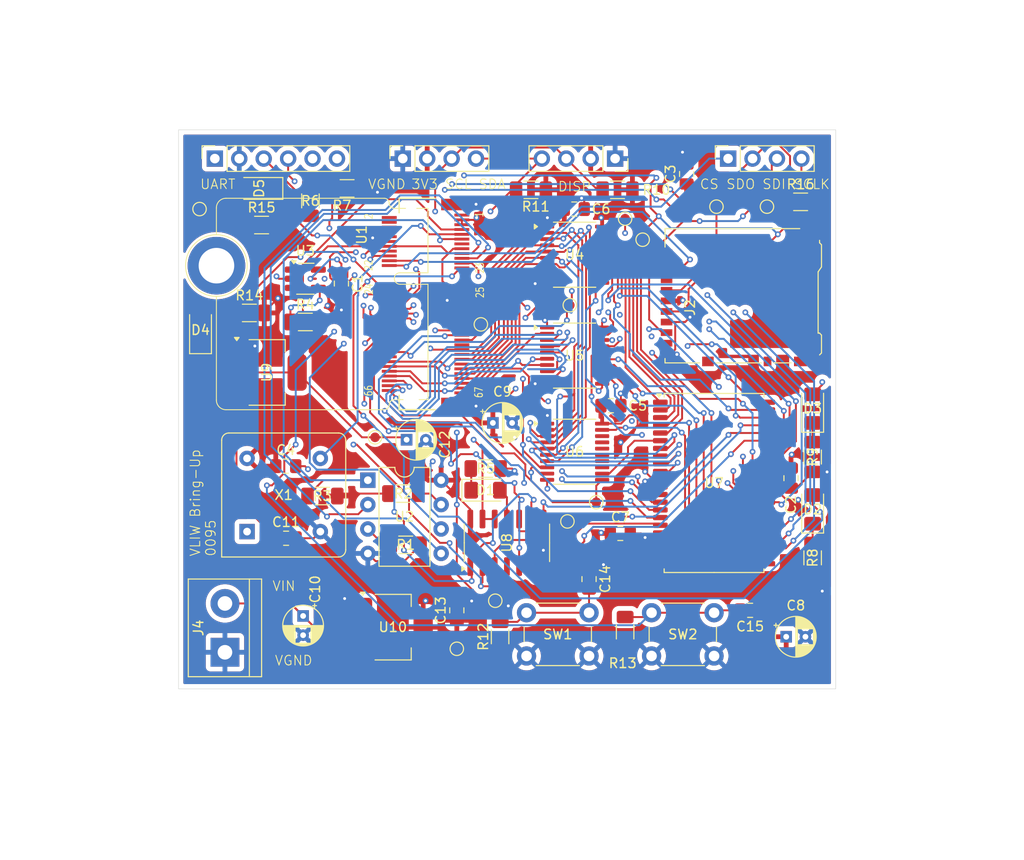
<source format=kicad_pcb>
(kicad_pcb (version 20241229) (generator "pcbnew") (generator_version "9.0")
  (layers (0 "F.Cu" signal) (4 "In1.Cu" signal) (6 "In2.Cu" signal) (2 "B.Cu" signal) (13 "F.Paste" user) (15 "B.Paste" user) (5 "F.SilkS" user "F.Silkscreen") (7 "B.SilkS" user "B.Silkscreen") (1 "F.Mask" user) (3 "B.Mask" user) (25 "Edge.Cuts" user))
  (net 0 "")
  (net 1 "GND")
  (net 2 "+3V3")
  (net 3 "Net-(J4-Pin_2)")
  (net 4 "+1V8")
  (net 5 "~{CPU_RST}")
  (net 6 "PA2")
  (net 7 "Net-(D1-K)")
  (net 8 "Net-(D1-A)")
  (net 9 "Net-(D2-K)")
  (net 10 "PA6")
  (net 11 "PA7")
  (net 12 "Net-(D3-K)")
  (net 13 "Net-(D4-A)")
  (net 14 "PA4")
  (net 15 "Net-(D5-A)")
  (net 16 "PA3")
  (net 19 "TXD")
  (net 20 "Net-(J1-Pin_3)")
  (net 24 "SDI")
  (net 25 "SCLK")
  (net 26 "SDO")
  (net 27 "PA5")
  (net 28 "PA0")
  (net 29 "PA1")
  (net 30 "Net-(U2-~{WP}(D2))")
  (net 31 "Net-(U2-~{HOLD}(D3))")
  (net 32 "Net-(U1-P11)")
  (net 33 "Net-(U3-~{MR})")
  (net 34 "RXD")
  (net 35 "M1")
  (net 36 "~{OE}")
  (net 37 "LE_LO")
  (net 38 "LE_HI")
  (net 39 "A5")
  (net 41 "Net-(U1-P7)")
  (net 43 "AD5")
  (net 45 "AD15")
  (net 46 "AD7")
  (net 47 "AD8")
  (net 48 "AD11")
  (net 49 "AD14")
  (net 52 "Net-(U1-P17)")
  (net 53 "AD3")
  (net 54 "AD12")
  (net 55 "Net-(U1-P19)")
  (net 56 "AD4")
  (net 57 "gpio")
  (net 58 "Net-(U1-P23)")
  (net 59 "BDIR")
  (net 60 "AD0")
  (net 61 "AD1")
  (net 62 "AD10")
  (net 65 "xclk")
  (net 69 "AD2")
  (net 73 "AD9")
  (net 74 "~{WE_HI}")
  (net 75 "AD13")
  (net 76 "~{WE_LO}")
  (net 77 "AD6")
  (net 79 "A7")
  (net 80 "A1")
  (net 81 "A3")
  (net 82 "A6")
  (net 83 "A4")
  (net 84 "A2")
  (net 85 "A0")
  (net 86 "A8")
  (net 87 "A10")
  (net 88 "A12")
  (net 89 "A13")
  (net 90 "A15")
  (net 91 "A14")
  (net 92 "A11")
  (net 93 "A9")
  (net 94 "A20")
  (net 95 "A19")
  (net 96 "A18")
  (net 97 "A16")
  (net 98 "A21")
  (net 99 "A23")
  (net 100 "A22")
  (net 101 "A17")
  (net 103 "Net-(U7-~{LB})")
  (net 104 "Net-(U7-~{WE})")
  (net 105 "Net-(U7-~{UB})")
  (footprint "Package_TO_SOT_SMD:SOT-223-3_TabPin2" (layer "F.Cu") (at 185.1 115.75)
    (property "Reference" "U10")
    (property "Value" "AMS1117-3.3")
  )
  (footprint "Package_SO:TSSOP-20_4.4x6.5mm_P0.65mm" (layer "F.Cu") (at 204 87.5)
    (property "Reference" "U5")
    (property "Value" "74LVC573")
  )
  (footprint "Resistor_SMD:R_1206_3216Metric_Pad1.30x1.75mm_HandSolder" (layer "F.Cu") (at 227.5 71.5)
    (property "Reference" "R16")
    (property "Value" "10K")
  )
  (footprint "Connector_Card:microSD_HC_Hirose_DM3AT-SF-PEJM5" (layer "F.Cu") (at 221.285 81.28 90)
    (property "Reference" "J2")
    (property "Value" "Micro_SD_Card")
  )
  (footprint "Button_Switch_THT:SW_PUSH_6mm" (layer "F.Cu") (at 199 114.25)
    (property "Reference" "SW1")
    (property "Value" "SW_Push")
  )
  (footprint "Capacitor_SMD:C_0805_2012Metric_Pad1.18x1.45mm_HandSolder" (layer "F.Cu") (at 203.9625 72.25)
    (property "Reference" "C6")
    (property "Value" "100nF")
  )
  (footprint "TestPoint:TestPoint_Pad_D1.0mm" (layer "F.Cu") (at 195.75 113)
    (property "Reference" "TP4" (hide yes))
    (property "Value" "TestPoint" (hide yes))
  )
  (footprint "TestPoint:TestPoint_Pad_D1.0mm" (layer "F.Cu") (at 191.75 118)
    (property "Reference" "TP3" (hide yes))
    (property "Value" "TestPoint" (hide yes))
  )
  (footprint "Resistor_SMD:R_1206_3216Metric_Pad1.30x1.75mm_HandSolder" (layer "F.Cu") (at 170.18 83.058)
    (property "Reference" "R14")
    (property "Value" "1K")
  )
  (footprint "Package_DIP:DIP-8_W7.62mm" (layer "F.Cu") (at 182.5 100.46)
    (property "Reference" "U2")
    (property "Value" "W25Q32FVSS")
  )
  (footprint "Capacitor_SMD:C_0805_2012Metric_Pad1.18x1.45mm_HandSolder" (layer "F.Cu") (at 208.75 106)
    (property "Reference" "C7")
    (property "Value" "100nF")
  )
  (footprint "Capacitor_SMD:C_0805_2012Metric_Pad1.18x1.45mm_HandSolder" (layer "F.Cu") (at 207.772 92.71)
    (property "Reference" "C5")
    (property "Value" "100nF")
  )
  (footprint "Oscillator:Oscillator_DIP-8" (layer "F.Cu") (at 169.94 105.81)
    (property "Reference" "X1")
    (property "Value" "CXO_DIP8")
  )
  (footprint "Resistor_SMD:R_1206_3216Metric_Pad1.30x1.75mm_HandSolder" (layer "F.Cu") (at 208.46 70.25)
    (property "Reference" "R10")
    (property "Value" "1K")
  )
  (footprint "Connector_PinSocket_2.54mm:PinSocket_1x04_P2.54mm_Vertical" (layer "F.Cu") (at 219.96 67 90)
    (property "Reference" "J6" (hide yes))
    (property "Value" "Secondary SPI" (hide yes))
  )
  (footprint "LED_SMD:LED_1206_3216Metric_Pad1.42x1.75mm_HandSolder" (layer "F.Cu") (at 194.7375 101.5)
    (property "Reference" "D1")
    (property "Value" "LED")
  )
  (footprint "Resistor_SMD:R_1206_3216Metric_Pad1.30x1.75mm_HandSolder" (layer "F.Cu") (at 171.45 73.914)
    (property "Reference" "R15")
    (property "Value" "1K")
  )
  (footprint "Resistor_SMD:R_1206_3216Metric_Pad1.30x1.75mm_HandSolder" (layer "F.Cu") (at 199.46 70.25)
    (property "Reference" "R11")
    (property "Value" "1K")
  )
  (footprint "M2:M.2-CONNECTOR-E" (layer "F.Cu") (at 187.0003 82.1275 90)
    (property "Reference" "U1")
    (property "Value" "M.2-CONNECTOR-E" (hide yes))
  )
  (footprint "Connector_PinSocket_2.54mm:PinSocket_1x04_P2.54mm_Vertical" (layer "F.Cu") (at 208.21 67 -90)
    (property "Reference" "J3" (hide yes))
    (property "Value" "OLED Display" (hide yes))
  )
  (footprint "TestPoint:TestPoint_Pad_D1.0mm" (layer "F.Cu") (at 211.074 75.438)
    (property "Reference" "TP10" (hide yes))
    (property "Value" "TestPoint" (hide yes))
  )
  (footprint "LED_SMD:LED_1206_3216Metric_Pad1.42x1.75mm_HandSolder" (layer "F.Cu") (at 228.75 103.5 90)
    (property "Reference" "D2")
    (property "Value" "LED")
  )
  (footprint "LED_SMD:LED_1206_3216Metric_Pad1.42x1.75mm_HandSolder" (layer "F.Cu") (at 165.1 84.836 90)
    (property "Reference" "D4")
    (property "Value" "LED")
  )
  (footprint "Resistor_SMD:R_1206_3216Metric_Pad1.30x1.75mm_HandSolder" (layer "F.Cu") (at 196.25 116.75 -90)
    (property "Reference" "R12")
    (property "Value" "10K")
  )
  (footprint "Resistor_SMD:R_1206_3216Metric_Pad1.30x1.75mm_HandSolder" (layer "F.Cu") (at 194.75 99.25)
    (property "Reference" "R5")
    (property "Value" "1K")
  )
  (footprint "TerminalBlock:TerminalBlock_bornier-2_P5.08mm" (layer "F.Cu") (at 167.64 118.364 90)
    (property "Reference" "J4")
    (property "Value" "5V IN")
  )
  (footprint "Resistor_SMD:R_1206_3216Metric_Pad1.30x1.75mm_HandSolder" (layer "F.Cu") (at 180.34 70.104 180)
    (property "Reference" "R7")
    (property "Value" "1K")
  )
  (footprint "Button_Switch_THT:SW_PUSH_6mm" (layer "F.Cu") (at 212 114.25)
    (property "Reference" "SW2")
    (property "Value" "SW_Push")
  )
  (footprint "Capacitor_THT:CP_Radial_D4.0mm_P2.00mm" (layer "F.Cu") (at 195.5 94.5)
    (property "Reference" "C9")
    (property "Value" "1µF")
  )
  (footprint "Connector_PinSocket_2.54mm:PinSocket_1x06_P2.54mm_Vertical" (layer "F.Cu") (at 166.59 67 90)
    (property "Reference" "J1" (hide yes))
    (property "Value" "Conn_01x06" (hide yes))
  )
  (footprint "Capacitor_THT:CP_Radial_D4.0mm_P2.00mm" (layer "F.Cu") (at 186.527401 96.25)
    (property "Reference" "C12")
    (property "Value" "1µF")
  )
  (footprint "TestPoint:TestPoint_Pad_D1.0mm" (layer "F.Cu") (at 194.25 84.25)
    (property "Reference" "TP5" (hide yes))
    (property "Value" "TestPoint" (hide yes))
  )
  (footprint "TestPoint:TestPoint_Pad_D1.0mm" (layer "F.Cu") (at 218.75 72)
    (property "Reference" "TP11" (hide yes))
    (property "Value" "TestPoint" (hide yes))
  )
  (footprint "Package_TO_SOT_SMD:SOT-23-5_HandSoldering" (layer "F.Cu") (at 176 79.5)
    (property "Reference" "U3")
    (property "Value" "MCP1319MT-29LE-OT")
  )
  (footprint "TestPoint:TestPoint_Pad_D1.0mm" (layer "F.Cu") (at 203.25 104.75)
    (property "Reference" "TP6" (hide yes))
    (property "Value" "TestPoint" (hide yes))
  )
  (footprint "Capacitor_SMD:C_0805_2012Metric_Pad1.18x1.45mm_HandSolder" (layer "F.Cu") (at 226.5 100.25 -90)
    (property "Reference" "C2")
    (property "Value" "100nF")
  )
  (footprint "Resistor_SMD:R_1206_3216Metric_Pad1.30x1.75mm_HandSolder" (layer "F.Cu") (at 176.53 71.4 90)
    (property "Reference" "R6")
    (property "Value" "1K")
  )
  (footprint "TestPoint:TestPoint_Pad_D1.0mm" (layer "F.Cu") (at 165 72.25)
    (property "Reference" "TP1" (hide yes))
    (property "Value" "TestPoint" (hide yes))
  )
  (footprint "Capacitor_SMD:C_0805_2012Metric_Pad1.18x1.45mm_HandSolder" (layer "F.Cu") (at 222.25 114 180)
    (property "Reference" "C15")
    (property "Value" "100nF")
  )
  (footprint "Resistor_SMD:R_1206_3216Metric_Pad1.30x1.75mm_HandSolder" (layer "F.Cu") (at 176 84)
    (property "Reference" "R4")
    (property "Value" "10K")
  )
  (footprint "LED_SMD:LED_1206_3216Metric_Pad1.42x1.75mm_HandSolder" (layer "F.Cu") (at 228.75 93.0125 90)
    (property "Reference" "D3")
    (property "Value" "LED")
  )
  (footprint "Package_SO:TSOP-II-44_10.16x18.41mm_P0.8mm" (layer "F.Cu") (at 218.5 100.75)
    (property "Reference" "U7")
    (property "Value" "IS61WV12816DBLL")
  )
  (footprint "Capacitor_SMD:C_0805_2012Metric_Pad1.18x1.45mm_HandSolder" (layer "F.Cu") (at 205.5 110.75 -90)
    (property "Reference" "C14")
    (property "Value" "100nF")
  )
  (footprint "Resistor_SMD:R_1206_3216Metric_Pad1.30x1.75mm_HandSolder" (layer "F.Cu") (at 228.75 98.05 -90)
    (property "Reference" "R9")
    (property "Value" "1K")
  )
  (footprint "Capacitor_THT:CP_Radial_D4.0mm_P2.00mm" (layer "F.Cu") (at 175.768 114.586 -90)
    (property "Reference" "C10")
    (property "Value" "1µF")
  )
  (footprint "Connector_PinSocket_2.54mm:PinSocket_1x04_P2.54mm_Vertical" (layer "F.Cu") (at 186.13 67 90)
    (property "Reference" "J5" (hide yes))
    (property "Value" "Secondary I²C" (hide yes))
  )
  (footprint "Capacitor_SMD:C_0805_2012Metric_Pad1.18x1.45mm_HandSolder" (layer "F.Cu") (at 174 106.5)
    (property "Reference" "C11")
    (property "Value" "100nF")
  )
  (footprint "TestPoint:TestPoint_Pad_D1.0mm" (layer "F.Cu") (at 224 72)
    (property "Reference" "TP12" (hide yes))
    (property "Value" "TestPoint" (hide yes))
  )
  (footprint "Capacitor_SMD:C_0805_2012Metric_Pad1.18x1.45mm_HandSolder" (layer "F.Cu") (at 215.646 68.6015 90)
    (property "Reference" "C3")
    (property "Value" "100nF")
  )
  (footprint "LED_SMD:LED_1206_3216Metric_Pad1.42x1.75mm_HandSolder" (layer "F.Cu") (at 171.196 70.104 180)
    (property "Reference" "D5")
    (property "Value" "LED")
  )
  (footprint "Package_SO:SO-14_3.9x8.65mm_P1.27mm" (layer "F.Cu") (at 196.96 106.975 90)
    (property "Reference" "U8")
    (property "Value" "74LVC08")
  )
  (footprint "Resistor_SMD:R_1206_3216Metric_Pad1.30x1.75mm_HandSolder" (layer "F.Cu") (at 209.25 116.25 -90)
    (property "Reference" "R13")
    (property "Value" "10K")
  )
  (footprint "TestPoint:TestPoint_Pad_D1.0mm" (layer "F.Cu") (at 206.25 102.75)
    (property "Reference" "TP8" (hide yes))
    (property "Value" "TestPoint" (hide yes))
  )
  (footprint "Package_SO:TSSOP-20_4.4x6.5mm_P0.65mm" (layer "F.Cu") (at 204 97.5)
    (property "Reference" "U6")
    (property "Value" "74LVC573")
  )
  (footprint "Capacitor_SMD:C_0805_2012Metric_Pad1.18x1.45mm_HandSolder" (layer "F.Cu") (at 173.9625 99)
    (property "Reference" "C4")
    (property "Value" "100nF")
  )
  (footprint "Package_TO_SOT_SMD:SOT-223-3_TabPin2" (layer "F.Cu") (at 172 89.25)
    (property "Reference" "U9")
    (property "Value" "AMS1117-1.8")
  )
  (footprint "Resistor_SMD:R_1206_3216Metric_Pad1.30x1.75mm_HandSolder" (layer "F.Cu") (at 228.75 108.5375 -90)
    (property "Reference" "R8")
    (property "Value" "1K")
  )
  (footprint "Capacitor_THT:CP_Radial_D4.0mm_P2.00mm" (layer "F.Cu") (at 226 116.75)
    (property "Reference" "C8")
    (property "Value" "1µF")
  )
  (footprint "TestPoint:TestPoint_Pad_D1.0mm" (layer "F.Cu") (at 183.25 96)
    (property "Reference" "TP2" (hide yes))
    (property "Value" "TestPoint" (hide yes))
  )
  (footprint "Capacitor_SMD:C_0805_2012Metric_Pad1.18x1.45mm_HandSolder" (layer "F.Cu") (at 191.75 114 90)
    (property "Reference" "C13")
    (property "Value" "100nF")
  )
  (footprint "Resistor_SMD:R_1206_3216Metric_Pad1.30x1.75mm_HandSolder" (layer "F.Cu") (at 177.774 102.108)
    (property "Reference" "R3")
    (property "Value" "10K")
  )
  (footprint "TestPoint:TestPoint_Pad_D1.0mm" (layer "F.Cu") (at 203.5 82.25)
    (property "Reference" "TP7" (hide yes))
    (property "Value" "TestPoint" (hide yes))
  )
  (footprint "Package_SO:TSSOP-20_4.4x6.5mm_P0.65mm" (layer "F.Cu") (at 204 77)
    (property "Reference" "U4")
    (property "Value" "74LVC573")
  )
  (footprint "Resistor_SMD:R_1206_3216Metric_Pad1.30x1.75mm_HandSolder" (layer "F.Cu") (at 186.436 107.188 180)
    (property "Reference" "R1")
    (property "Value" "10K")
  )
  (footprint "M2:MicroMod-Standoff" (layer "F.Cu") (at 166.757115 78.140993)
    (property "Reference" "REF**" (hide yes))
    (property "Value" "MicroMod-Standoff")
  )
  (footprint "Capacitor_SMD:C_0805_2012Metric_Pad1.18x1.45mm_HandSolder" (layer "F.Cu") (at 179.75 80 -90)
    (property "Reference" "C1")
    (property "Value" "100nF")
  )
  (footprint "TestPoint:TestPoint_Pad_D1.0mm" (layer "F.Cu") (at 209.25 73.25)
    (property "Reference" "TP9" (hide yes))
    (property "Value" "TestPoint" (hide yes))
  )
  (footprint "Resistor_SMD:R_1206_3216Metric_Pad1.30x1.75mm_HandSolder" (layer "F.Cu") (at 186.182 101.854 180)
    (property "Reference" "R2")
    (property "Value" "10K")
  )
  (gr_rect (start 162.814 64.008) (end 231.152 122.174) (stroke (width 0.05)) (fill no) (layer "Edge.Cuts"))
  (gr_text "VLIW Bring-Up\n0095" (at 166.75 108.45 90) (layer "F.SilkS") (effects (font (size 1 1) (thickness 0.1)) (justify left bottom)))
  (gr_text "CS" (at 216.96 70.25 0) (layer "F.SilkS") (effects (font (size 1 1) (thickness 0.1)) (justify left bottom)))
  (gr_text "DISP" (at 202.21 70.5 0) (layer "F.SilkS") (effects (font (size 1 1) (thickness 0.1)) (justify left bottom)))
  (gr_text "VGND" (at 172.768 119.808599 0) (layer "F.SilkS") (effects (font (size 1 1) (thickness 0.1)) (justify left bottom)))
  (gr_text "SDI" (at 223.46 70.25 0) (layer "F.SilkS") (effects (font (size 1 1) (thickness 0.1)) (justify left bottom)))
  (gr_text "SDO" (at 219.71 70.25 0) (layer "F.SilkS") (effects (font (size 1 1) (thickness 0.1)) (justify left bottom)))
  (gr_text "VIN" (at 172.518 112.058599 0) (layer "F.SilkS") (effects (font (size 1 1) (thickness 0.1)) (justify left bottom)))
  (gr_text "UART" (at 165 70.25 0) (layer "F.SilkS") (effects (font (size 1 1) (thickness 0.1)) (justify left bottom)))
  (gr_text "SDA" (at 193.96 70.25 0) (layer "F.SilkS") (effects (font (size 1 1) (thickness 0.1)) (justify left bottom)))
  (gr_text "SCLK" (at 226.71 70.25 0) (layer "F.SilkS") (effects (font (size 1 1) (thickness 0.1)) (justify left bottom)))
  (gr_text "VGND" (at 182.46 70.25 0) (layer "F.SilkS") (effects (font (size 1 1) (thickness 0.1)) (justify left bottom)))
  (gr_text "3V3" (at 186.96 70.25 0) (layer "F.SilkS") (effects (font (size 1 1) (thickness 0.1)) (justify left bottom)))
  (gr_text "SCL" (at 190.46 70.25 0) (layer "F.SilkS") (effects (font (size 1 1) (thickness 0.1)) (justify left bottom)))
  (segment (start 192.2753 81.8775) (end 190.8775 81.8775) (width 0.2) (layer "F.Cu") (net 1))
  (segment (start 201.1375 84.0435) (end 200.914 83.82) (width 0.2) (layer "F.Cu") (net 1))
  (segment (start 175 99) (end 175.962 99) (width 0.2) (layer "F.Cu") (net 1))
  (segment (start 184.7253 75.6275) (end 183.3775 75.6275) (width 0.2) (layer "F.Cu") (net 1))
  (segment (start 180.76 113.45) (end 180.086 112.776) (width 0.2) (layer "F.Cu") (net 1))
  (segment (start 201.1375 93.7565) (end 201.168 93.726) (width 0.2) (layer "F.Cu") (net 1))
  (segment (start 183.299999 108.879999) (end 186.294001 108.879999) (width 0.2) (layer "F.Cu") (net 1))
  (segment (start 199.899 90.425) (end 199.898 90.424) (width 0.2) (layer "F.Cu") (net 1))
  (segment (start 215.646 66.7635) (end 215.216 66.3335) (width 0.2) (layer "F.Cu") (net 1))
  (segment (start 215.646 67.564) (end 215.646 66.7635) (width 0.2) (layer "F.Cu") (net 1))
  (segment (start 183.3775 75.6275) (end 183 75.25) (width 0.2) (layer "F.Cu") (net 1))
  (segment (start 179.75 81.0375) (end 179.75 82.75) (width 0.2) (layer "F.Cu") (net 1))
  (segment (start 201.1375 79.925) (end 199.983 79.925) (width 0.2) (layer "F.Cu") (net 1))
  (segment (start 193.7225 71.7775) (end 193.75 71.75) (width 0.2) (layer "F.Cu") (net 1))
  (segment (start 224.0875 100.35) (end 225.5625 100.35) (width 0.2) (layer "F.Cu") (net 1))
  (segment (start 214.46 86.855) (end 214.46 84.105) (width 0.2) (layer "F.Cu") (net 1))
  (segment (start 214.36 84.005) (end 213.56 84.005) (width 0.2) (layer "F.Cu") (net 1))
  (segment (start 208.8095 91.4615) (end 208.788 91.44) (width 0.2) (layer "F.Cu") (net 1))
  (segment (start 201.1375 84.575) (end 201.1375 84.0435) (width 0.2) (layer "F.Cu") (net 1))
  (segment (start 210.902 106) (end 211.328 106.426) (width 0.2) (layer "F.Cu") (net 1))
  (segment (start 212.9125 101.15) (end 211.894 101.15) (width 0.2) (layer "F.Cu") (net 1))
  (segment (start 173.25 79.5) (end 173 79.25) (width 0.2) (layer "F.Cu") (net 1))
  (segment (start 193.2265 112.9625) (end 193.294 113.03) (width 0.2) (layer "F.Cu") (net 1))
  (segment (start 225.25 114) (end 228 116.75) (width 0.2) (layer "F.Cu") (net 1))
  (segment (start 193.4775 92.4775) (end 193.75 92.75) (width 0.2) (layer "F.Cu") (net 1))
  (segment (start 205.5 109.7125) (end 206.5375 109.7125) (width 0.2) (layer "F.Cu") (net 1))
  (segment (start 211.894 101.15) (end 211.328 100.584) (width 0.2) (layer "F.Cu") (net 1))
  (segment (start 215.495 84.005) (end 216 83.5) (width 0.2) (layer "F.Cu") (net 1))
  (segment (start 201.1375 100.425) (end 201.1375 101.3155) (width 0.2) (layer "F.Cu") (net 1))
  (segment (start 199.983 79.925) (end 199.898 80.01) (width 0.2) (layer "F.Cu") (net 1))
  (segment (start 201.1375 73.1825) (end 201.168 73.152) (width 0.2) (layer "F.Cu") (net 1))
  (segment (start 196.3 99.25) (end 197.5 99.25) (width 0.2) (layer "F.Cu") (net 1))
  (segment (start 196.566 113) (end 197.104 113.538) (width 0.2) (layer "F.Cu") (net 1))
  (segment (start 184.7253 77.1275) (end 183.1225 77.1275) (width 0.2) (layer "F.Cu") (net 1))
  (segment (start 183.1225 77.1275) (end 182.75 77.5) (width 0.2) (layer "F.Cu") (net 1))
  (segment (start 201.1375 74.075) (end 201.1375 73.1825) (width 0.2) (layer "F.Cu") (net 1))
  (segment (start 176.87 106.5) (end 177.56 105.81) (width 0.2) (layer "F.Cu") (net 1))
  (segment (start 191.5003 71.7775) (end 193.7225 71.7775) (width 0.2) (layer "F.Cu") (net 1))
  (segment (start 227.0625 101.2875) (end 228.75 99.6) (width 0.2) (layer "F.Cu") (net 1))
  (segment (start 214.46 84.105) (end 214.36 84.005) (width 0.2) (layer "F.Cu") (net 1))
  (segment (start 223.2875 114) (end 225.25 114) (width 0.2) (layer "F.Cu") (net 1))
  (segment (start 168.85 86.95) (end 170.3 86.95) (width 0.2) (layer "F.Cu") (net 1))
  (segment (start 209.7875 106) (end 210.902 106) (width 0.2) (layer "F.Cu") (net 1))
  (segment (start 200.77 107.77) (end 200.75 107.75) (width 0.2) (layer "F.Cu") (net 1))
  (segment (start 181.95 113.45) (end 180.76 113.45) (width 0.2) (layer "F.Cu") (net 1))
  (segment (start 175.962 99) (end 176.276 99.314) (width 0.2) (layer "F.Cu") (net 1))
  (segment (start 174.65 79.5) (end 173.25 79.5) (width 0.2) (layer "F.Cu") (net 1))
  (segment (start 213.56 84.005) (end 215.495 84.005) (width 0.2) (layer "F.Cu") (net 1))
  (segment (start 213.56 87.155) (end 214.409 87.155) (width 0.2) (layer "F.Cu") (net 1))
  (segment (start 195.75 113) (end 196.566 113) (width 0.2) (layer "F.Cu") (net 1))
  (segment (start 229.75 112) (end 229.75 111.0875) (width 0.2) (layer "F.Cu") (net 1))
  (segment (start 214.409 87.155) (end 214.63 87.376) (width 0.2) (layer "F.Cu") (net 1))
  (segment (start 190.8775 81.8775) (end 190.75 81.75) (width 0.2) (layer "F.Cu") (net 1))
  (segment (start 208.8095 92.71) (end 208.8095 91.4615) (width 0.2) (layer "F.Cu") (net 1))
  (segment (start 214.16 87.155) (end 214.46 86.855) (width 0.2) (layer "F.Cu") (net 1))
  (segment (start 205 72.25) (end 205 71.396) (width 0.2) (layer "F.Cu") (net 1))
  (segment (start 201.1375 94.575) (end 201.1375 93.7565) (width 0.2) (layer "F.Cu") (net 1))
  (segment (start 175.0375 106.5) (end 176.87 106.5) (width 0.2) (layer "F.Cu") (net 1))
  (segment (start 206.5375 109.7125) (end 207 109.25) (width 0.2) (layer "F.Cu") (net 1))
  (segment (start 197.5 99.25) (end 197.75 99.5) (width 0.2) (layer "F.Cu") (net 1))
  (segment (start 225.5625 100.35) (end 226.5 101.2875) (width 0.2) (layer "F.Cu") (net 1))
  (segment (start 213.56 87.155) (end 214.16 87.155) (width 0.2) (layer "F.Cu") (net 1))
  (segment (start 229.75 111.0875) (end 228.75 110.0875) (width 0.2) (layer "F.Cu") (net 1))
  (segment (start 226.5 101.2875) (end 227.0625 101.2875) (width 0.2) (layer "F.Cu") (net 1))
  (segment (start 183.104 70.104) (end 183.5 70.5) (width 0.2) (layer "F.Cu") (net 1))
  (segment (start 230.25 99.6) (end 228.75 99.6) (width 0.2) (layer "F.Cu") (net 1))
  (segment (start 200.77 109.45) (end 200.77 107.77) (width 0.2) (layer "F.Cu") (net 1))
  (segment (start 201.1375 90.425) (end 199.899 90.425) (width 0.2) (layer "F.Cu") (net 1))
  (segment (start 182.5 108.08) (end 183.299999 108.879999) (width 0.2) (layer "F.Cu") (net 1))
  (segment (start 191.75 112.9625) (end 193.2265 112.9625) (width 0.2) (layer "F.Cu") (net 1))
  (segment (start 201.1375 101.3155) (end 201.168 101.346) (width 0.2) (layer "F.Cu") (net 1))
  (segment (start 186.294001 108.879999) (end 187.986 107.188) (width 0.2) (layer "F.Cu") (net 1))
  (segment (start 191.5003 92.4775) (end 193.4775 92.4775) (width 0.2) (layer "F.Cu") (net 1))
  (segment (start 205 71.396) (end 204.724 71.12) (width 0.2) (layer "F.Cu") (net 1))
  (segment (start 181.89 70.104) (end 183.104 70.104) (width 0.2) (layer "F.Cu") (net 1))
  (segment (start 170.3 86.95) (end 170.75 86.5) (width 0.2) (layer "F.Cu") (net 1))
  (via (at 201.168 73.152) (size 0.6) (drill 0.3) (layers "F.Cu" "B.Cu") (net 1))
  (via (at 193.75 71.75) (size 0.6) (drill 0.3) (layers "F.Cu" "B.Cu") (net 1))
  (via (at 193.294 113.03) (size 0.6) (drill 0.3) (layers "F.Cu" "B.Cu") (net 1))
  (via (at 183 75.25) (size 0.6) (drill 0.3) (layers "F.Cu" "B.Cu") (net 1))
  (via (at 190.75 81.75) (size 0.6) (drill 0.3) (layers "F.Cu" "B.Cu") (net 1))
  (via (at 197.104 113.538) (size 0.6) (drill 0.3) (layers "F.Cu" "B.Cu") (net 1))
  (via (at 216 83.5) (size 0.6) (drill 0.3) (layers "F.Cu" "B.Cu") (net 1))
  (via (at 176.276 99.314) (size 0.6) (drill 0.3) (layers "F.Cu" "B.Cu") (net 1))
  (via (at 230.25 99.6) (size 0.6) (drill 0.3) (layers "F.Cu" "B.Cu") (net 1))
  (via (at 173 79.25) (size 0.6) (drill 0.3) (layers "F.Cu" "B.Cu") (net 1))
  (via (at 201.168 93.726) (size 0.6) (drill 0.3) (layers "F.Cu" "B.Cu") (net 1))
  (via (at 199.898 80.01) (size 0.6) (drill 0.3) (layers "F.Cu" "B.Cu") (net 1))
  (via (at 193.75 92.75) (size 0.6) (drill 0.3) (layers "F.Cu" "B.Cu") (net 1))
  (via (at 201.168 101.346) (size 0.6) (drill 0.3) (layers "F.Cu" "B.Cu") (net 1))
  (via (at 170.75 86.5) (size 0.6) (drill 0.3) (layers "F.Cu" "B.Cu") (net 1))
  (via (at 199.898 90.424) (size 0.6) (drill 0.3) (layers "F.Cu" "B.Cu") (net 1))
  (via (at 179.75 82.75) (size 0.6) (drill 0.3) (layers "F.Cu" "B.Cu") (net 1))
  (via (at 211.328 100.584) (size 0.6) (drill 0.3) (layers "F.Cu" "B.Cu") (net 1))
  (via (at 214.63 87.376) (size 0.6) (drill 0.3) (layers "F.Cu" "B.Cu") (net 1))
  (via (at 200.914 83.82) (size 0.6) (drill 0.3) (layers "F.Cu" "B.Cu") (net 1))
  (via (at 180.086 112.776) (size 0.6) (drill 0.3) (layers "F.Cu" "B.Cu") (net 1))
  (via (at 207 109.25) (size 0.6) (drill 0.3) (layers "F.Cu" "B.Cu") (net 1))
  (via (at 211.328 106.426) (size 0.6) (drill 0.3) (layers "F.Cu" "B.Cu") (net 1))
  (via (at 215.216 66.3335) (size 0.6) (drill 0.3) (layers "F.Cu" "B.Cu") (net 1))
  (via (at 197.75 99.5) (size 0.6) (drill 0.3) (layers "F.Cu" "B.Cu") (net 1))
  (via (at 229.75 112) (size 0.6) (drill 0.3) (layers "F.Cu" "B.Cu") (net 1))
  (via (at 208.788 91.44) (size 0.6) (drill 0.3) (layers "F.Cu" "B.Cu") (net 1))
  (via (at 204.724 71.12) (size 0.6) (drill 0.3) (layers "F.Cu" "B.Cu") (net 1))
  (via (at 183.5 70.5) (size 0.6) (drill 0.3) (layers "F.Cu" "B.Cu") (net 1))
  (via (at 182.75 77.5) (size 0.6) (drill 0.3) (layers "F.Cu" "B.Cu") (net 1))
  (via (at 200.75 107.75) (size 0.6) (drill 0.3) (layers "F.Cu" "B.Cu") (net 1))
  (segment (start 179.75 78.9625) (end 179.75 77.947058) (width 0.2) (layer "F.Cu") (net 2))
  (segment (start 226.5 99.2125) (end 226.5 97.858) (width 0.2) (layer "F.Cu") (net 2))
  (segment (start 193.5765 73.3775) (end 193.802 73.152) (width 0.2) (layer "F.Cu") (net 2))
  (segment (start 179.578 101.854) (end 179.324 102.108) (width 0.2) (layer "F.Cu") (net 2))
  (segment (start 188.25 113.25) (end 188.5 113) (width 0.2) (layer "F.Cu") (net 2))
  (segment (start 192.2753 73.3775) (end 193.5765 73.3775) (width 0.2) (layer "F.Cu") (net 2))
  (segment (start 192.2753 73.3775) (end 192.2753 73.8775) (width 0.2) (layer "F.Cu") (net 2))
  (segment (start 177.35 78.55) (end 177.35 78.682) (width 0.2) (layer "F.Cu") (net 2))
  (segment (start 206.8625 84.018874) (end 206.8625 84.575) (width 0.2) (layer "F.Cu") (net 2))
  (segment (start 179.75 77.947058) (end 179.298471 77.495529) (width 0.2) (layer "F.Cu") (net 2))
  (segment (start 224.672528 101.15) (end 226.022528 102.5) (width 0.2) (layer "F.Cu") (net 2))
  (segment (start 206.8625 94.575) (end 208.826471 94.575) (width 0.2) (layer "F.Cu") (net 2))
  (segment (start 215.195 81.805) (end 215.25 81.75) (width 0.2) (layer "F.Cu") (net 2))
  (segment (start 206.8625 94.575) (end 206.8625 92.838) (width 0.2) (layer "F.Cu") (net 2))
  (segment (start 188.25 115.75) (end 188.25 113.25) (width 0.2) (layer "F.Cu") (net 2))
  (segment (start 212.9125 100.35) (end 212.11 100.35) (width 0.2) (layer "F.Cu") (net 2))
  (segment (start 210.550471 93.964471) (end 210.550471 94.757529) (width 0.2) (layer "F.Cu") (net 2))
  (segment (start 207.7125 106) (end 206.838 106) (width 0.2) (layer "F.Cu") (net 2))
  (segment (start 212.11 100.35) (end 211.328 99.568) (width 0.2) (layer "F.Cu") (net 2))
  (segment (start 207.065687 83.815687) (end 206.8625 84.018874) (width 0.2) (layer "F.Cu") (net 2))
  (segment (start 206.8625 73.2585) (end 206.756 73.152) (width 0.2) (layer "F.Cu") (net 2))
  (segment (start 184.632 101.854) (end 179.578 101.854) (width 0.2) (layer "F.Cu") (net 2))
  (segment (start 226.5 97.858) (end 226.568 97.79) (width 0.2) (layer "F.Cu") (net 2))
  (segment (start 171.73 82.954) (end 173.15 81.534) (width 0.2) (layer "F.Cu") (net 2))
  (segment (start 181.95 115.75) (end 188.25 115.75) (width 0.2) (layer "F.Cu") (net 2))
  (segment (start 184.7253 76.6275) (end 182.549184 76.6275) (width 0.2) (layer "F.Cu") (net 2))
  (segment (start 210.285529 93.699529) (end 210.550471 93.964471) (width 0.2) (layer "F.Cu") (net 2))
  (segment (start 182.549184 76.6275) (end 182.034456 77.142228) (width 0.2) (layer "F.Cu") (net 2))
  (segment (start 206.838 106) (end 206.756 105.918) (width 0.2) (layer "F.Cu") (net 2))
  (segment (start 193.15 104.5) (end 193.15 103.49) (width 0.2) (layer "F.Cu") (net 2))
  (segment (start 213.56 81.805) (end 215.195 81.805) (width 0.2) (layer "F.Cu") (net 2))
  (segment (start 209.701942 93.699529) (end 210.285529 93.699529) (width 0.2) (layer "F.Cu") (net 2))
  (segment (start 193.15 103.49) (end 190.12 100.46) (width 0.2) (layer "F.Cu") (net 2))
  (segment (start 226.022528 102.5) (end 227.25 102.5) (width 0.2) (layer "F.Cu") (net 2))
  (segment (start 177.35 78.682) (end 176.53 79.502) (width 0.2) (layer "F.Cu") (net 2))
  (segment (start 171.73 83.058) (end 171.73 82.954) (width 0.2) (layer "F.Cu") (net 2))
  (segment (start 206.8625 92.838) (end 206.7345 92.71) (width 0.2) (layer "F.Cu") (net 2))
  (segment (start 210.550471 94.757529) (end 208.788 96.52) (width 0.2) (layer "F.Cu") (net 2))
  (segment (start 206.8625 74.075) (end 206.8625 73.2585) (width 0.2) (layer "F.Cu") (net 2))
  (segment (start 224.0875 101.15) (end 224.672528 101.15) (width 0.2) (layer "F.Cu") (net 2))
  (segment (start 208.826471 94.575) (end 209.701942 93.699529) (width 0.2) (layer "F.Cu") (net 2))
  (via (at 208.788 96.52) (size 0.6) (drill 0.3) (layers "F.Cu" "B.Cu") (net 2))
  (via (at 206.756 105.918) (size 0.6) (drill 0.3) (layers "F.Cu" "B.Cu") (net 2))
  (via (at 207.065687 83.815687) (size 0.6) (drill 0.3) (layers "F.Cu" "B.Cu") (net 2))
  (via (at 173.15 81.534) (size 0.6) (drill 0.3) (layers "F.Cu" "B.Cu") (net 2))
  (via (at 227.25 102.5) (size 0.6) (drill 0.3) (layers "F.Cu" "B.Cu") (net 2))
  (via (at 206.756 73.152) (size 0.6) (drill 0.3) (layers "F.Cu" "B.Cu") (net 2))
  (via (at 193.802 73.152) (size 0.6) (drill 0.3) (layers "F.Cu" "B.Cu") (net 2))
  (via (at 179.298471 77.495529) (size 0.6) (drill 0.3) (layers "F.Cu" "B.Cu") (net 2))
  (via (at 176.53 79.502) (size 0.6) (drill 0.3) (layers "F.Cu" "B.Cu") (net 2))
  (via (at 188.5 113) (size 0.6) (drill 0.3) (layers "F.Cu" "B.Cu") (net 2))
  (via (at 182.034456 77.142228) (size 0.6) (drill 0.3) (layers "F.Cu" "B.Cu") (net 2))
  (via (at 211.328 99.568) (size 0.6) (drill 0.3) (layers "F.Cu" "B.Cu") (net 2))
  (via (at 215.25 81.75) (size 0.6) (drill 0.3) (layers "F.Cu" "B.Cu") (net 2))
  (via (at 178.308 82.296) (size 0.6) (drill 0.3) (layers "F.Cu" "B.Cu") (net 2))
  (via (at 226.568 97.79) (size 0.6) (drill 0.3) (layers "F.Cu" "B.Cu") (net 2))
  (segment (start 178.536471 77.495529) (end 176.53 79.502) (width 0.2) (layer "B.Cu") (net 2))
  (segment (start 179.298471 77.495529) (end 178.536471 77.495529) (width 0.2) (layer "B.Cu") (net 2))
  (segment (start 172.9625 111.7805) (end 175.768 114.586) (width 0.2) (layer "F.Cu") (net 3))
  (segment (start 168.84 91.56) (end 168.84 102.3775) (width 0.2) (layer "F.Cu") (net 3))
  (segment (start 172.9625 106.5) (end 172.9625 111.7805) (width 0.2) (layer "F.Cu") (net 3))
  (segment (start 167.64 113.284) (end 174.466 113.284) (width 0.2) (layer "F.Cu") (net 3))
  (segment (start 179.232 118.05) (end 175.768 114.586) (width 0.2) (layer "F.Cu") (net 3))
  (segment (start 181.95 118.05) (end 179.232 118.05) (width 0.2) (layer "F.Cu") (net 3))
  (segment (start 174.466 113.284) (end 175.768 114.586) (width 0.2) (layer "F.Cu") (net 3))
  (segment (start 168.84 102.3775) (end 172.9625 106.5) (width 0.2) (layer "F.Cu") (net 3))
  (segment (start 168.85 91.55) (end 168.84 91.56) (width 0.2) (layer "F.Cu") (net 3))
  (segment (start 190.875 76.875) (end 191.3725 76.3775) (width 0.2) (layer "F.Cu") (net 4))
  (segment (start 191.3725 76.3775) (end 192.2753 76.3775) (width 0.2) (layer "F.Cu") (net 4))
  (segment (start 184.7253 76.1275) (end 178.333924 76.1275) (width 0.2) (layer "F.Cu") (net 4))
  (segment (start 175.75 78.711424) (end 175.75 88.65) (width 0.2) (layer "F.Cu") (net 4))
  (segment (start 183.25 96) (end 186.277401 96) (width 0.2) (layer "F.Cu") (net 4))
  (segment (start 186.277401 96) (end 186.527401 96.25) (width 0.2) (layer "F.Cu") (net 4))
  (segment (start 175.75 88.65) (end 175.15 89.25) (width 0.2) (layer "F.Cu") (net 4))
  (segment (start 191.3775 80.8775) (end 190.25 79.75) (width 0.2) (layer "F.Cu") (net 4))
  (segment (start 192.2753 80.8775) (end 191.3775 80.8775) (width 0.2) (layer "F.Cu") (net 4))
  (segment (start 190.25 79.75) (end 190.25 77.5) (width 0.2) (layer "F.Cu") (net 4))
  (segment (start 181.9 96) (end 183.25 96) (width 0.2) (layer "F.Cu") (net 4))
  (segment (start 190.25 77.5) (end 190.875 76.875) (width 0.2) (layer "F.Cu") (net 4))
  (segment (start 175.15 89.25) (end 181.9 96) (width 0.2) (layer "F.Cu") (net 4))
  (segment (start 192.2753 80.8775) (end 192.2753 81.3775) (width 0.2) (layer "F.Cu") (net 4))
  (segment (start 178.333924 76.1275) (end 175.75 78.711424) (width 0.2) (layer "F.Cu") (net 4))
  (segment (start 175.15 89.25) (end 168.85 89.25) (width 0.2) (layer "F.Cu") (net 4))
  (segment (start 184.7253 76.1275) (end 190.1275 76.1275) (width 0.2) (layer "F.Cu") (net 4))
  (segment (start 190.1275 76.1275) (end 190.875 76.875) (width 0.2) (layer "F.Cu") (net 4))
  (segment (start 196.25 115.2) (end 196.25 114.75) (width 0.2) (layer "F.Cu") (net 5))
  (segment (start 189.8775 84.8775) (end 192.2753 84.8775) (width 0.2) (layer "F.Cu") (net 5))
  (segment (start 189.877157 84.877157) (end 189.8775 84.8775) (width 0.2) (layer "F.Cu") (net 5))
  (segment (start 189.5 84.877157) (end 189.877157 84.877157) (width 0.2) (layer "F.Cu") (net 5))
  (segment (start 196.25 114.75) (end 191.75 110.25) (width 0.2) (layer "F.Cu") (net 5))
  (segment (start 198.05 115.2) (end 199 114.25) (width 0.2) (layer "F.Cu") (net 5))
  (segment (start 191.75 110.25) (end 191.75 103) (width 0.2) (layer "F.Cu") (net 5))
  (segment (start 205.5 111.7875) (end 205.5 114.25) (width 0.2) (layer "F.Cu") (net 5))
  (segment (start 196.25 115.2) (end 198.05 115.2) (width 0.2) (layer "F.Cu") (net 5))
  (segment (start 205.5 114.25) (end 199 114.25) (width 0.2) (layer "F.Cu") (net 5))
  (via (at 191.75 95.5) (size 0.6) (drill 0.3) (layers "F.Cu" "B.Cu") (net 5))
  (via (at 189.5 84.877157) (size 0.6) (drill 0.3) (layers "F.Cu" "B.Cu") (net 5))
  (via (at 191.75 103) (size 0.6) (drill 0.3) (layers "F.Cu" "B.Cu") (net 5))
  (segment (start 191.75 103) (end 191.75 95.5) (width 0.2) (layer "B.Cu") (net 5))
  (segment (start 221.2125 114) (end 218.75 114) (width 0.2) (layer "F.Cu") (net 6))
  (segment (start 212 114.25) (end 218.5 114.25) (width 0.2) (layer "F.Cu") (net 6))
  (segment (start 175 96.75) (end 173.8125 97.9375) (width 0.2) (layer "F.Cu") (net 6))
  (segment (start 218.75 114) (end 218.5 114.25) (width 0.2) (layer "F.Cu") (net 6))
  (segment (start 172.522244 101) (end 172 101) (width 0.2) (layer "F.Cu") (net 6))
  (segment (start 182.3725 81.1275) (end 182.25 81.25) (width 0.2) (layer "F.Cu") (net 6))
  (segment (start 184.7253 81.1275) (end 182.3725 81.1275) (width 0.2) (layer "F.Cu") (net 6))
  (segment (start 211.55 114.7) (end 212 114.25) (width 0.2) (layer "F.Cu") (net 6))
  (segment (start 173.8125 99.709744) (end 172.522244 101) (width 0.2) (layer "F.Cu") (net 6))
  (segment (start 173.8125 97.9375) (end 173.8125 99.709744) (width 0.2) (layer "F.Cu") (net 6))
  (segment (start 209.25 114.7) (end 211.55 114.7) (width 0.2) (layer "F.Cu") (net 6))
  (via (at 172 101) (size 0.6) (drill 0.3) (layers "F.Cu" "B.Cu") (net 6))
  (via (at 175 96.75) (size 0.6) (drill 0.3) (layers "F.Cu" "B.Cu") (net 6))
  (via (at 182.25 81.25) (size 0.6) (drill 0.3) (layers "F.Cu" "B.Cu") (net 6))
  (via (at 179 85) (size 0.6) (drill 0.3) (layers "F.Cu" "B.Cu") (net 6))
  (segment (start 172 101) (end 172 101.805635) (width 0.2) (layer "B.Cu") (net 6))
  (segment (start 172 101.805635) (end 185.744365 115.55) (width 0.2) (layer "B.Cu") (net 6))
  (segment (start 175 89) (end 175 96.75) (width 0.2) (layer "B.Cu") (net 6))
  (segment (start 210.7 115.55) (end 212 114.25) (width 0.2) (layer "B.Cu") (net 6))
  (segment (start 185.744365 115.55) (end 210.7 115.55) (width 0.2) (layer "B.Cu") (net 6))
  (segment (start 179 85) (end 175 89) (width 0.2) (layer "B.Cu") (net 6))
  (segment (start 193.25 101.5) (end 193.25 99.3) (width 0.2) (layer "F.Cu") (net 7))
  (segment (start 193.25 99.3) (end 193.2 99.25) (width 0.2) (layer "F.Cu") (net 7))
  (segment (start 196.96 102.235) (end 196.225 101.5) (width 0.2) (layer "F.Cu") (net 8))
  (segment (start 196.96 104.5) (end 196.96 102.235) (width 0.2) (layer "F.Cu") (net 8))
  (segment (start 228.75 104.9875) (end 228.75 106.9875) (width 0.2) (layer "F.Cu") (net 9))
  (segment (start 228.75 103) (end 228.75 102.0125) (width 0.2) (layer "F.Cu") (net 10))
  (segment (start 229.5 103.75) (end 228.75 103) (width 0.2) (layer "F.Cu") (net 10))
  (segment (start 192.2753 86.8775) (end 189.1275 86.8775) (width 0.2) (layer "F.Cu") (net 10))
  (segment (start 189.1275 86.8775) (end 189 86.75) (width 0.2) (layer "F.Cu") (net 10))
  (via (at 189.25 98.5) (size 0.6) (drill 0.3) (layers "F.Cu" "B.Cu") (net 10))
  (via (at 229.5 103.75) (size 0.6) (drill 0.3) (layers "F.Cu" "B.Cu") (net 10))
  (via (at 189 86.75) (size 0.6) (drill 0.3) (layers "F.Cu" "B.Cu") (net 10))
  (segment (start 189.25 98.5) (end 189.02 98.73) (width 0.2) (layer "B.Cu") (net 10))
  (segment (start 229.75 104.598529) (end 229.75 104) (width 0.2) (layer "B.Cu") (net 10))
  (segment (start 191.901471 104.25) (end 200.401471 112.75) (width 0.2) (layer "B.Cu") (net 10))
  (segment (start 189.814365 104.25) (end 191.901471 104.25) (width 0.2) (layer "B.Cu") (net 10))
  (segment (start 217.25 112.75) (end 221.598529 112.75) (width 0.2) (layer "B.Cu") (net 10))
  (segment (start 189.02 98.73) (end 189.02 103.455635) (width 0.2) (layer "B.Cu") (net 10))
  (segment (start 200.401471 112.75) (end 217.25 112.75) (width 0.2) (layer "B.Cu") (net 10))
  (segment (start 221.598529 112.75) (end 229.75 104.598529) (width 0.2) (layer "B.Cu") (net 10))
  (segment (start 189.02 103.455635) (end 189.814365 104.25) (width 0.2) (layer "B.Cu") (net 10))
  (segment (start 229.75 104) (end 229.5 103.75) (width 0.2) (layer "B.Cu") (net 10))
  (segment (start 229.75 90.525) (end 228.75 91.525) (width 0.2) (layer "F.Cu") (net 11))
  (segment (start 190.599657 85.3775) (end 190.5 85.477157) (width 0.2) (layer "F.Cu") (net 11))
  (segment (start 229.75 90.25) (end 229.75 90.525) (width 0.2) (layer "F.Cu") (net 11))
  (segment (start 192.2753 85.3775) (end 190.599657 85.3775) (width 0.2) (layer "F.Cu") (net 11))
  (via (at 198.75 100.75) (size 0.6) (drill 0.3) (layers "F.Cu" "B.Cu") (net 11))
  (via (at 229.75 90.25) (size 0.6) (drill 0.3) (layers "F.Cu" "B.Cu") (net 11))
  (via (at 190.5 85.477157) (size 0.6) (drill 0.3) (layers "F.Cu" "B.Cu") (net 11))
  (segment (start 197.4 98.9) (end 198.15 98.9) (width 0.2) (layer "B.Cu") (net 11))
  (segment (start 188.145814 85.477157) (end 186.344 87.278971) (width 0.2) (layer "B.Cu") (net 11))
  (segment (start 185.028971 94.8775) (end 193.3775 94.8775) (width 0.2) (layer "B.Cu") (net 11))
  (segment (start 198.15 98.9) (end 198.75 99.5) (width 0.2) (layer "B.Cu") (net 11))
  (segment (start 198.75 99.5) (end 198.75 100.75) (width 0.2) (layer "B.Cu") (net 11))
  (segment (start 193.3775 94.8775) (end 197.4 98.9) (width 0.2) (layer "B.Cu") (net 11))
  (segment (start 186.344 87.278971) (end 183.65 89.972971) (width 0.2) (layer "B.Cu") (net 11))
  (segment (start 183.65 89.972971) (end 183.65 93.498529) (width 0.2) (layer "B.Cu") (net 11))
  (segment (start 190.5 85.477157) (end 188.145814 85.477157) (width 0.2) (layer "B.Cu") (net 11))
  (segment (start 183.65 93.498529) (end 185.028971 94.8775) (width 0.2) (layer "B.Cu") (net 11))
  (segment (start 228.75 94.5) (end 228.75 96.5) (width 0.2) (layer "F.Cu") (net 12))
  (segment (start 165.3905 83.058) (end 165.1 83.3485) (width 0.2) (layer "F.Cu") (net 13))
  (segment (start 168.63 83.058) (end 165.3905 83.058) (width 0.2) (layer "F.Cu") (net 13))
  (segment (start 174.151471 77.25) (end 169.58 81.821471) (width 0.2) (layer "F.Cu") (net 14))
  (segment (start 169.58 81.821471) (end 169.58 83.917744) (width 0.2) (layer "F.Cu") (net 14))
  (segment (start 167.174244 86.3235) (end 165.1 86.3235) (width 0.2) (layer "F.Cu") (net 14))
  (segment (start 186.3775 78.1275) (end 186.5 78.25) (width 0.2) (layer "F.Cu") (net 14))
  (segment (start 175.5 77.25) (end 174.151471 77.25) (width 0.2) (layer "F.Cu") (net 14))
  (segment (start 169.58 83.917744) (end 167.174244 86.3235) (width 0.2) (layer "F.Cu") (net 14))
  (segment (start 184.7253 78.1275) (end 186.3775 78.1275) (width 0.2) (layer "F.Cu") (net 14))
  (via (at 180.175734 77.524263) (size 0.6) (drill 0.3) (layers "F.Cu" "B.Cu") (net 14))
  (via (at 175.5 77.25) (size 0.6) (drill 0.3) (layers "F.Cu" "B.Cu") (net 14))
  (via (at 186.5 78.25) (size 0.6) (drill 0.3) (layers "F.Cu" "B.Cu") (net 14))
  (segment (start 213 72) (end 218 67) (width 0.2) (layer "B.Cu") (net 14))
  (segment (start 187.9 76.85) (end 199.865785 76.85) (width 0.2) (layer "B.Cu") (net 14))
  (segment (start 204.715785 72) (end 213 72) (width 0.2) (layer "B.Cu") (net 14))
  (segment (start 199.865785 76.85) (end 204.715785 72) (width 0.2) (layer "B.Cu") (net 14))
  (segment (start 186.5 78.25) (end 187.9 76.85) (width 0.2) (layer "B.Cu") (net 14))
  (segment (start 180.175734 77.524263) (end 179.359471 76.708) (width 0.2) (layer "B.Cu") (net 14))
  (segment (start 218 67) (end 219.96 67) (width 0.2) (layer "B.Cu") (net 14))
  (segment (start 179.359471 76.708) (end 176.042 76.708) (width 0.2) (layer "B.Cu") (net 14))
  (segment (start 176.042 76.708) (end 175.5 77.25) (width 0.2) (layer "B.Cu") (net 14))
  (segment (start 169.7085 73.7225) (end 169.9 73.914) (width 0.2) (layer "F.Cu") (net 15))
  (segment (start 169.7085 70.104) (end 169.7085 73.7225) (width 0.2) (layer "F.Cu") (net 15))
  (segment (start 168.321 68.929) (end 171.5085 68.929) (width 0.2) (layer "F.Cu") (net 16))
  (segment (start 184.1275 80.6275) (end 184.7253 80.6275) (width 0.2) (layer "F.Cu") (net 16))
  (segment (start 165 72.25) (end 168.321 68.929) (width 0.2) (layer "F.Cu") (net 16))
  (segment (start 171.5085 68.929) (end 172.6835 70.104) (width 0.2) (layer "F.Cu") (net 16))
  (segment (start 172.6835 70.978999) (end 176.704501 75) (width 0.2) (layer "F.Cu") (net 16))
  (segment (start 176.704501 75) (end 177.25 75) (width 0.2) (layer "F.Cu") (net 16))
  (segment (start 172.6835 70.104) (end 172.6835 70.978999) (width 0.2) (layer "F.Cu") (net 16))
  (segment (start 181 77.5) (end 184.1275 80.6275) (width 0.2) (layer "F.Cu") (net 16))
  (via (at 177.25 75) (size 0.6) (drill 0.3) (layers "F.Cu" "B.Cu") (net 16))
  (via (at 181 77.5) (size 0.6) (drill 0.3) (layers "F.Cu" "B.Cu") (net 16))
  (segment (start 177.25 75) (end 178.5 75) (width 0.2) (layer "B.Cu") (net 16))
  (segment (start 178.5 75) (end 181 77.5) (width 0.2) (layer "B.Cu") (net 16))
  (segment (start 183.1275 84.6275) (end 182.049265 83.549265) (width 0.2) (layer "F.Cu") (net 19))
  (segment (start 178.562 79.213471) (end 178.562 77.216) (width 0.2) (layer "F.Cu") (net 19))
  (segment (start 179.036949 76.741051) (end 181.252983 76.741051) (width 0.2) (layer "F.Cu") (net 19))
  (segment (start 178.6 79.251471) (end 178.562 79.213471) (width 0.2) (layer "F.Cu") (net 19))
  (segment (start 181.125 79.184744) (end 180.459744 79.85) (width 0.2) (layer "F.Cu") (net 19))
  (segment (start 174.884265 69.365735) (end 174.21 68.69147) (width 0.2) (layer "F.Cu") (net 19))
  (segment (start 179.040256 79.85) (end 178.6 79.409744) (width 0.2) (layer "F.Cu") (net 19))
  (segment (start 180.459744 79.85) (end 179.040256 79.85) (width 0.2) (layer "F.Cu") (net 19))
  (segment (start 182.049265 83.549265) (end 182.049265 82.299265) (width 0.2) (layer "F.Cu") (net 19))
  (segment (start 178.6 79.409744) (end 178.6 79.251471) (width 0.2) (layer "F.Cu") (net 19))
  (segment (start 184.7253 84.6275) (end 183.1275 84.6275) (width 0.2) (layer "F.Cu") (net 19))
  (segment (start 178.562 77.216) (end 179.036949 76.741051) (width 0.2) (layer "F.Cu") (net 19))
  (segment (start 181.125 79.125) (end 181.125 79.184744) (width 0.2) (layer "F.Cu") (net 19))
  (segment (start 174.21 68.69147) (end 174.21 67) (width 0.2) (layer "F.Cu") (net 19))
  (via (at 181.252983 76.741051) (size 0.6) (drill 0.3) (layers "F.Cu" "B.Cu") (net 19))
  (via (at 181.125 79.125) (size 0.6) (drill 0.3) (layers "F.Cu" "B.Cu") (net 19))
  (via (at 174.884265 69.365735) (size 0.6) (drill 0.3) (layers "F.Cu" "B.Cu") (net 19))
  (via (at 182.049265 82.299265) (size 0.6) (drill 0.3) (layers "F.Cu" "B.Cu") (net 19))
  (segment (start 176.53 71.86) (end 171.67 67) (width 0.2) (layer "F.Cu") (net 20))
  (segment (start 176.53 72.95) (end 176.53 71.86) (width 0.2) (layer "F.Cu") (net 20))
  (segment (start 213.56 85.105) (end 213.105 85.105) (width 0.2) (layer "F.Cu") (net 24))
  (segment (start 213.25 71.25) (end 215.5 73.5) (width 0.2) (layer "F.Cu") (net 24))
  (segment (start 224.5 67.54) (end 224.5 71.5) (width 0.2) (layer "F.Cu") (net 24))
  (segment (start 211.75 83.75) (end 211.75 79.5) (width 0.2) (layer "F.Cu") (net 24))
  (segment (start 212.5 71.25) (end 213.25 71.25) (width 0.2) (layer "F.Cu") (net 24))
  (segment (start 186.8725 82.6275) (end 187.25 82.25) (width 0.2) (layer "F.Cu") (net 24))
  (segment (start 225.04 67) (end 224.5 67.54) (width 0.2) (layer "F.Cu") (net 24))
  (segment (start 211.75 79.5) (end 211.75 77.065) (width 0.2) (layer "F.Cu") (net 24))
  (segment (start 222.5 72) (end 224 72) (width 0.2) (layer "F.Cu") (net 24))
  (segment (start 184.7253 82.6275) (end 186.8725 82.6275) (width 0.2) (layer "F.Cu") (net 24))
  (segment (start 224.5 71.5) (end 224 72) (width 0.2) (layer "F.Cu") (net 24))
  (segment (start 213.105 85.105) (end 211.75 83.75) (width 0.2) (layer "F.Cu") (net 24))
  (segment (start 215.5 73.5) (end 217 73.5) (width 0.2) (layer "F.Cu") (net 24))
  (segment (start 211.75 77.065) (end 215.315 73.5) (width 0.2) (layer "F.Cu") (net 24))
  (segment (start 221.5 73) (end 222.5 72) (width 0.2) (layer "F.Cu") (net 24))
  (segment (start 215.315 73.5) (end 215.5 73.5) (width 0.2) (layer "F.Cu") (net 24))
  (via (at 221.5 73) (size 0.6) (drill 0.3) (layers "F.Cu" "B.Cu") (net 24))
  (via (at 217 73.5) (size 0.6) (drill 0.3) (layers "F.Cu" "B.Cu") (net 24))
  (via (at 212.5 71.25) (size 0.6) (drill 0.3) (layers "F.Cu" "B.Cu") (net 24))
  (via (at 190.5 70.25) (size 0.6) (drill 0.3) (layers "F.Cu" "B.Cu") (net 24))
  (via (at 187.25 82.25) (size 0.6) (drill 0.3) (layers "F.Cu" "B.Cu") (net 24))
  (segment (start 217 73.5) (end 221 73.5) (width 0.2) (layer "B.Cu") (net 24))
  (segment (start 221 73.5) (end 221.5 73) (width 0.2) (layer "B.Cu") (net 24))
  (segment (start 211.5 70.25) (end 212.5 71.25) (width 0.2) (layer "B.Cu") (net 24))
  (segment (start 190.5 70.25) (end 211.5 70.25) (width 0.2) (layer "B.Cu") (net 24))
  (segment (start 215.095 82.905) (end 213.56 82.905) (width 0.2) (layer "F.Cu") (net 25))
  (segment (start 211.074 75.438) (end 211.074 74.676) (width 0.2) (layer "F.Cu") (net 25))
  (segment (start 211.9 69.6) (end 211.9 72.15) (width 0.2) (layer "F.Cu") (net 25))
  (segment (start 184.7253 83.6275) (end 186.865568 83.6275) (width 0.2) (layer "F.Cu") (net 25))
  (segment (start 212.5 69) (end 211.9 69.6) (width 0.2) (layer "F.Cu") (net 25))
  (segment (start 227.58 67) (end 227.58 72.43) (width 0.2) (layer "F.Cu") (net 25))
  (segment (start 211.9 72.15) (end 212.75 73) (width 0.2) (layer "F.Cu") (net 25))
  (segment (start 225.13 74.88) (end 222.51 77.5) (width 0.2) (layer "F.Cu") (net 25))
  (segment (start 222.51 77.5) (end 218.923578 77.5) (width 0.2) (layer "F.Cu") (net 25))
  (segment (start 186.865568 83.6275) (end 187.247017 84.008949) (width 0.2) (layer "F.Cu") (net 25))
  (segment (start 227.58 72.43) (end 225.13 74.88) (width 0.2) (layer "F.Cu") (net 25))
  (segment (start 211.074 74.676) (end 212.75 73) (width 0.2) (layer "F.Cu") (net 25))
  (segment (start 218.923578 77.5) (end 215.85 80.573578) (width 0.2) (layer "F.Cu") (net 25))
  (segment (start 215.85 80.573578) (end 215.85 82.15) (width 0.2) (layer "F.Cu") (net 25))
  (segment (start 215.85 82.15) (end 215.095 82.905) (width 0.2) (layer "F.Cu") (net 25))
  (via (at 212.75 73) (size 0.6) (drill 0.3) (layers "F.Cu" "B.Cu") (net 25))
  (via (at 212.5 69) (size 0.6) (drill 0.3) (layers "F.Cu" "B.Cu") (net 25))
  (via (at 225.13 74.88) (size 0.6) (drill 0.3) (layers "F.Cu" "B.Cu") (net 25))
  (via (at 192.5 68.75) (size 0.6) (drill 0.3) (layers "F.Cu" "B.Cu") (net 25))
  (via (at 187.247017 84.008949) (size 0.6) (drill 0.3) (layers "F.Cu" "B.Cu") (net 25))
  (segment (start 192.5 68.75) (end 212.25 68.75) (width 0.2) (layer "B.Cu") (net 25))
  (segment (start 212.75 73) (end 214 74.25) (width 0.2) (layer "B.Cu") (net 25))
  (segment (start 214 74.25) (end 224.5 74.25) (width 0.2) (layer "B.Cu") (net 25))
  (segment (start 224.5 74.25) (end 225.13 74.88) (width 0.2) (layer "B.Cu") (net 25))
  (segment (start 212.25 68.75) (end 212.5 69) (width 0.2) (layer "B.Cu") (net 25))
  (segment (start 224 65.5) (end 222.5 67) (width 0.2) (layer "F.Cu") (net 26))
  (segment (start 187.3775 83.1275) (end 187.5 83.25) (width 0.2) (layer "F.Cu") (net 26))
  (segment (start 215.75 72) (end 218.75 72) (width 0.2) (layer "F.Cu") (net 26))
  (segment (start 218.75 72) (end 218.75 70.75) (width 0.2) (layer "F.Cu") (net 26))
  (segment (start 226.4 66.73224) (end 225.16776 65.5) (width 0.2) (layer "F.Cu") (net 26))
  (segment (start 225.16776 65.5) (end 224 65.5) (width 0.2) (layer "F.Cu") (net 26))
  (segment (start 215.045 80.705) (end 218.75 77) (width 0.2) (layer "F.Cu") (net 26))
  (segment (start 213.950735 70.200735) (end 215.75 72) (width 0.2) (layer "F.Cu") (net 26))
  (segment (start 226.4 71.5) (end 226.4 66.73224) (width 0.2) (layer "F.Cu") (net 26))
  (segment (start 218.75 70.75) (end 222.5 67) (width 0.2) (layer "F.Cu") (net 26))
  (segment (start 213.56 80.705) (end 215.045 80.705) (width 0.2) (layer "F.Cu") (net 26))
  (segment (start 184.7253 83.1275) (end 187.3775 83.1275) (width 0.2) (layer "F.Cu") (net 26))
  (segment (start 218.75 77) (end 218.75 72) (width 0.2) (layer "F.Cu") (net 26))
  (via (at 213.950735 70.200735) (size 0.6) (drill 0.3) (layers "F.Cu" "B.Cu") (net 26))
  (via (at 191.25 69.65) (size 0.6) (drill 0.3) (layers "F.Cu" "B.Cu") (net 26))
  (via (at 187.5 83.25) (size 0.6) (drill 0.3) (layers "F.Cu" "B.Cu") (net 26))
  (segment (start 213.4 69.65) (end 213.950735 70.200735) (width 0.2) (layer "B.Cu") (net 26))
  (segment (start 191.25 69.65) (end 213.4 69.65) (width 0.2) (layer "B.Cu") (net 26))
  (segment (start 187.8775 77.6275) (end 188 77.75) (width 0.2) (layer "F.Cu") (net 27))
  (segment (start 184.7253 77.6275) (end 187.8775 77.6275) (width 0.2) (layer "F.Cu") (net 27))
  (segment (start 216 77.5) (end 213.895 79.605) (width 0.2) (layer "F.Cu") (net 27))
  (segment (start 213.895 79.605) (end 213.56 79.605) (width 0.2) (layer "F.Cu") (net 27))
  (via (at 216 77.5) (size 0.6) (drill 0.3) (layers "F.Cu" "B.Cu") (net 27))
  (via (at 188 77.75) (size 0.6) (drill 0.3) (layers "F.Cu" "B.Cu") (net 27))
  (segment (start 199.531471 77.75) (end 204.729471 72.552) (width 0.2) (layer "B.Cu") (net 27))
  (segment (start 211.052 72.552) (end 216 77.5) (width 0.2) (layer "B.Cu") (net 27))
  (segment (start 188 77.75) (end 199.531471 77.75) (width 0.2) (layer "B.Cu") (net 27))
  (segment (start 204.729471 72.552) (end 211.052 72.552) (width 0.2) (layer "B.Cu") (net 27))
  (segment (start 192.36 65.85) (end 201.98 65.85) (width 0.2) (layer "F.Cu") (net 28))
  (segment (start 189.5 72.5) (end 189.5 68.71) (width 0.2) (layer "F.Cu") (net 28))
  (segment (start 201.98 65.85) (end 203.13 67) (width 0.2) (layer "F.Cu") (net 28))
  (segment (start 187.85 78.85) (end 187.5 78.5) (width 0.2) (layer "F.Cu") (net 28))
  (segment (start 206.91 70.25) (end 206.38 70.25) (width 0.2) (layer "F.Cu") (net 28))
  (segment (start 184.7253 82.1275) (end 186.221029 82.1275) (width 0.2) (layer "F.Cu") (net 28))
  (segment (start 187.85 80.498529) (end 187.85 78.85) (width 0.2) (layer "F.Cu") (net 28))
  (segment (start 186.221029 82.1275) (end 187.85 80.498529) (width 0.2) (layer "F.Cu") (net 28))
  (segment (start 189.5 68.71) (end 191.21 67) (width 0.2) (layer "F.Cu") (net 28))
  (segment (start 206.38 70.25) (end 203.13 67) (width 0.2) (layer "F.Cu") (net 28))
  (segment (start 191.21 67) (end 192.36 65.85) (width 0.2) (layer "F.Cu") (net 28))
  (via (at 187.5 78.5) (size 0.6) (drill 0.3) (layers "F.Cu" "B.Cu") (net 28))
  (via (at 189.5 72.5) (size 0.6) (drill 0.3) (layers "F.Cu" "B.Cu") (net 28))
  (segment (start 193.75 67) (end 200.59 67) (width 0.2) (layer "F.Cu") (net 29))
  (segment (start 184.7253 81.6275) (end 185.8725 81.6275) (width 0.2) (layer "F.Cu") (net 29))
  (segment (start 185.8725 81.6275) (end 187.25 80.25) (width 0.2) (layer "F.Cu") (net 29))
  (segment (start 197.91 69.68) (end 200.59 67) (width 0.2) (layer "F.Cu") (net 29))
  (segment (start 197.91 70.25) (end 197.91 69.68) (width 0.2) (layer "F.Cu") (net 29))
  (segment (start 197.5 70.25) (end 197.91 70.25) (width 0.2) (layer "F.Cu") (net 29))
  (segment (start 195.25 72.5) (end 197.5 70.25) (width 0.2) (layer "F.Cu") (net 29))
  (via (at 187.25 80.25) (size 0.6) (drill 0.3) (layers "F.Cu" "B.Cu") (net 29))
  (via (at 195.25 72.5) (size 0.6) (drill 0.3) (layers "F.Cu" "B.Cu") (net 29))
  (segment (start 184.886 107.188) (end 184.148 107.188) (width 0.2) (layer "F.Cu") (net 30))
  (segment (start 184.148 107.188) (end 182.5 105.54) (width 0.2) (layer "F.Cu") (net 30))
  (segment (start 188.974 101.854) (end 190.12 103) (width 0.2) (layer "F.Cu") (net 31))
  (segment (start 187.732 101.854) (end 188.974 101.854) (width 0.2) (layer "F.Cu") (net 31))
  (segment (start 190.1225 75.3775) (end 190 75.5) (width 0.2) (layer "F.Cu") (net 32))
  (segment (start 192.2753 75.3775) (end 190.1225 75.3775) (width 0.2) (layer "F.Cu") (net 32))
  (segment (start 176.224 102.108) (end 177.872 100.46) (width 0.2) (layer "F.Cu") (net 32))
  (segment (start 177.872 100.46) (end 182.5 100.46) (width 0.2) (layer "F.Cu") (net 32))
  (via (at 190 75.5) (size 0.6) (drill 0.3) (layers "F.Cu" "B.Cu") (net 32))
  (segment (start 188.248529 73.4) (end 177.85 73.4) (width 0.2) (layer "B.Cu") (net 32))
  (segment (start 190 75.5) (end 190 75.151471) (width 0.2) (layer "B.Cu") (net 32))
  (segment (start 177.85 73.4) (end 173.75 77.5) (width 0.2) (layer "B.Cu") (net 32))
  (segment (start 190 75.151471) (end 188.248529 73.4) (width 0.2) (layer "B.Cu") (net 32))
  (segment (start 173.75 97.636529) (end 176.573471 100.46) (width 0.2) (layer "B.Cu") (net 32))
  (segment (start 173.75 77.5) (end 173.75 97.636529) (width 0.2) (layer "B.Cu") (net 32))
  (segment (start 176.573471 100.46) (end 182.5 100.46) (width 0.2) (layer "B.Cu") (net 32))
  (segment (start 177.5 81.75) (end 177.5 80.6) (width 0.2) (layer "F.Cu") (net 33))
  (segment (start 174.45 82.55) (end 174.5 82.5) (width 0.2) (layer "F.Cu") (net 33))
  (segment (start 174.45 84) (end 174.45 82.55) (width 0.2) (layer "F.Cu") (net 33))
  (segment (start 177.5 80.6) (end 177.35 80.45) (width 0.2) (layer "F.Cu") (net 33))
  (via (at 174.5 82.5) (size 0.6) (drill 0.3) (layers "F.Cu" "B.Cu") (net 33))
  (via (at 177.5 81.75) (size 0.6) (drill 0.3) (layers "F.Cu" "B.Cu") (net 33))
  (segment (start 174.5 82.5) (end 174.75 82.25) (width 0.2) (layer "B.Cu") (net 33))
  (segment (start 174.75 82.25) (end 177 82.25) (width 0.2) (layer "B.Cu") (net 33))
  (segment (start 177 82.25) (end 177.5 81.75) (width 0.2) (layer "B.Cu") (net 33))
  (segment (start 182.75 83.1772) (end 182.75 82.587909) (width 0.2) (layer "F.Cu") (net 34))
  (segment (start 178.5 73.5) (end 178.79 73.21) (width 0.2) (layer "F.Cu") (net 34))
  (segment (start 178.536 69.85) (end 178.79 70.104) (width 0.2) (layer "F.Cu") (net 34))
  (segment (start 182.75 82.587909) (end 182.818334 82.519575) (width 0.2) (layer "F.Cu") (net 34))
  (segment (start 184.7253 84.1275) (end 183.7003 84.1275) (width 0.2) (layer "F.Cu") (net 34))
  (segment (start 176.53 69.85) (end 178.536 69.85) (width 0.2) (layer "F.Cu") (net 34))
  (segment (start 183.7003 84.1275) (end 182.75 83.1772) (width 0.2) (layer "F.Cu") (net 34))
  (segment (start 178.79 73.21) (end 178.79 70.104) (width 0.2) (layer "F.Cu") (net 34))
  (segment (start 178.5 74.25) (end 178.5 73.5) (width 0.2) (layer "F.Cu") (net 34))
  (via (at 178 79.5) (size 0.6) (drill 0.3) (layers "F.Cu" "B.Cu") (net 34))
  (via (at 178.5 74.25) (size 0.6) (drill 0.3) (layers "F.Cu" "B.Cu") (net 34))
  (via (at 182.818334 82.519575) (size 0.6) (drill 0.3) (layers "F.Cu" "B.Cu") (net 34))
  (segment (start 192.2753 85.8775) (end 193.329606 85.8775) (width 0.2) (layer "F.Cu") (net 35))
  (segment (start 193.329606 85.8775) (end 194.25 84.957106) (width 0.2) (layer "F.Cu") (net 35))
  (segment (start 194.25 84.957106) (end 194.25 84.25) (width 0.2) (layer "F.Cu") (net 35))
  (segment (start 202.225 105.775) (end 198.275 105.775) (width 0.2) (layer "F.Cu") (net 36))
  (segment (start 198.23 102.77) (end 198.23 104.5) (width 0.2) (layer "F.Cu") (net 36))
  (segment (start 203.25 104.75) (end 203.749999 104.250001) (width 0.2) (layer "F.Cu") (net 36))
  (segment (start 197.75 101.75) (end 198.5 102.5) (width 0.2) (layer "F.Cu") (net 36))
  (segment (start 209.999999 104.250001) (end 210 104.25) (width 0.2) (layer "F.Cu") (net 36))
  (segment (start 198.23 105.73) (end 198.23 104.5) (width 0.2) (layer "F.Cu") (net 36))
  (segment (start 198.5 102.5) (end 198.23 102.77) (width 0.2) (layer "F.Cu") (net 36))
  (segment (start 184.7253 86.1275) (end 183.7003 86.1275) (width 0.2) (layer "F.Cu") (net 36))
  (segment (start 198.23 109.45) (end 198.23 107.52) (width 0.2) (layer "F.Cu") (net 36))
  (segment (start 182.734 87.0938) (end 182.734 93.422446) (width 0.2) (layer "F.Cu") (net 36))
  (segment (start 198.275 105.775) (end 198.23 105.73) (width 0.2) (layer "F.Cu") (net 36))
  (segment (start 197.75 100.75) (end 197.75 101.75) (width 0.2) (layer "F.Cu") (net 36))
  (segment (start 182.734 93.422446) (end 184.669304 95.35775) (width 0.2) (layer "F.Cu") (net 36))
  (segment (start 198.23 107.52) (end 198.25 107.5) (width 0.2) (layer "F.Cu") (net 36))
  (segment (start 192.15 97.75) (end 193.75 97.75) (width 0.2) (layer "F.Cu") (net 36))
  (segment (start 191.15 98.75) (end 192.15 97.75) (width 0.2) (layer "F.Cu") (net 36))
  (segment (start 203.25 104.75) (end 202.225 105.775) (width 0.2) (layer "F.Cu") (net 36))
  (segment (start 203.749999 104.250001) (end 209.999999 104.250001) (width 0.2) (layer "F.Cu") (net 36))
  (segment (start 221.25 94.75) (end 224.0875 94.75) (width 0.2) (layer "F.Cu") (net 36))
  (segment (start 183.7003 86.1275) (end 182.734 87.0938) (width 0.2) (layer "F.Cu") (net 36))
  (via (at 198.25 107.5) (size 0.6) (drill 0.3) (layers "F.Cu" "B.Cu") (net 36))
  (via (at 198.5 102.5) (size 0.6) (drill 0.3) (layers "F.Cu" "B.Cu") (net 36))
  (via (at 210 104.25) (size 0.6) (drill 0.3) (layers "F.Cu" "B.Cu") (net 36))
  (via (at 197.75 100.75) (size 0.6) (drill 0.3) (layers "F.Cu" "B.Cu") (net 36))
  (via (at 184.669304 95.35775) (size 0.6) (drill 0.3) (layers "F.Cu" "B.Cu") (net 36))
  (via (at 221.25 94.75) (size 0.6) (drill 0.3) (layers "F.Cu" "B.Cu") (net 36))
  (via (at 191.15 98.75) (size 0.6) (drill 0.3) (layers "F.Cu" "B.Cu") (net 36))
  (via (at 193.75 97.75) (size 0.6) (drill 0.3) (layers "F.Cu" "B.Cu") (net 36))
  (segment (start 193.75 97.75) (end 196.75 100.75) (width 0.2) (layer "B.Cu") (net 36))
  (segment (start 210 104.25) (end 212.348529 104.25) (width 0.2) (layer "B.Cu") (net 36))
  (segment (start 221.25 95.348529) (end 221.25 94.75) (width 0.2) (layer "B.Cu") (net 36))
  (segment (start 212.348529 104.25) (end 221.25 95.348529) (width 0.2) (layer "B.Cu") (net 36))
  (segment (start 196.75 100.75) (end 197.75 100.75) (width 0.2) (layer "B.Cu") (net 36))
  (segment (start 198.25 107.5) (end 198.25 102.75) (width 0.2) (layer "B.Cu") (net 36))
  (segment (start 184.677054 95.35) (end 188.900194 95.35) (width 0.2) (layer "B.Cu") (net 36))
  (segment (start 188.900194 95.35) (end 191.15 97.599806) (width 0.2) (layer "B.Cu") (net 36))
  (segment (start 198.25 102.75) (end 198.5 102.5) (width 0.2) (layer "B.Cu") (net 36))
  (segment (start 184.669304 95.35775) (end 184.677054 95.35) (width 0.2) (layer "B.Cu") (net 36))
  (segment (start 191.15 97.599806) (end 191.15 98.75) (width 0.2) (layer "B.Cu") (net 36))
  (segment (start 203.2 83.82) (end 203.2 82.55) (width 0.2) (layer "F.Cu") (net 37))
  (segment (start 203.708 80.772) (end 203.708 82.042) (width 0.2) (layer "F.Cu") (net 37))
  (segment (start 206.187762 80.599738) (end 206.8625 79.925) (width 0.2) (layer "F.Cu") (net 37))
  (segment (start 186.544 87.1275) (end 186.944 87.5275) (width 0.2) (layer "F.Cu") (net 37))
  (segment (start 206.187762 81.788) (end 206.187762 80.599738) (width 0.2) (layer "F.Cu") (net 37))
  (segment (start 206.8625 90.8255) (end 206.502 91.186) (width 0.2) (layer "F.Cu") (net 37))
  (segment (start 184.7253 87.1275) (end 186.544 87.1275) (width 0.2) (layer "F.Cu") (net 37))
  (segment (start 206.8625 90.425) (end 206.8625 90.8255) (width 0.2) (layer "F.Cu") (net 37))
  (segment (start 203.708 82.042) (end 203.5 82.25) (width 0.2) (layer "F.Cu") (net 37))
  (segment (start 203.2 82.55) (end 203.5 82.25) (width 0.2) (layer "F.Cu") (net 37))
  (via (at 206.502 91.186) (size 0.6) (drill 0.3) (layers "F.Cu" "B.Cu") (net 37))
  (via (at 206.187762 81.788) (size 0.6) (drill 0.3) (layers "F.Cu" "B.Cu") (net 37))
  (via (at 203.708 80.772) (size 0.6) (drill 0.3) (layers "F.Cu" "B.Cu") (net 37))
  (via (at 186.944 87.5275) (size 0.6) (drill 0.3) (layers "F.Cu" "B.Cu") (net 37))
  (via (at 203.2 83.82) (size 0.6) (drill 0.3) (layers "F.Cu" "B.Cu") (net 37))
  (segment (start 205.187762 89.871762) (end 205.187762 83.566) (width 0.2) (layer "B.Cu") (net 37))
  (segment (start 196.192314 84.42) (end 202.6 84.42) (width 0.2) (layer "B.Cu") (net 37))
  (segment (start 202.6 84.42) (end 203.2 83.82) (width 0.2) (layer "B.Cu") (net 37))
  (segment (start 206.502 91.186) (end 205.187762 89.871762) (width 0.2) (layer "B.Cu") (net 37))
  (segment (start 186.944 87.5275) (end 188.394343 86.077157) (width 0.2) (layer "B.Cu") (net 37))
  (segment (start 188.394343 86.077157) (end 194.535157 86.077157) (width 0.2) (layer "B.Cu") (net 37))
  (segment (start 194.535157 86.077157) (end 196.192314 84.42) (width 0.2) (layer "B.Cu") (net 37))
  (segment (start 205.187762 83.566) (end 205.187762 82.788) (width 0.2) (layer "B.Cu") (net 37))
  (segment (start 205.187762 82.788) (end 206.187762 81.788) (width 0.2) (layer "B.Cu") (net 37))
  (segment (start 206.25 102.75) (end 206.25 101.0375) (width 0.2) (layer "F.Cu") (net 38))
  (segment (start 183.134 88.1938) (end 183.7003 87.6275) (width 0.2) (layer "F.Cu") (net 38))
  (segment (start 206.25 102.75) (end 201.723471 102.75) (width 0.2) (layer "F.Cu") (net 38))
  (segment (start 183.134 91.0612) (end 183.134 88.1938) (width 0.2) (layer "F.Cu") (net 38))
  (segment (start 197.730657 97.671342) (end 196.223342 97.671342) (width 0.2) (layer "F.Cu") (net 38))
  (segment (start 198.873657 98.814342) (end 197.730657 97.671342) (width 0.2) (layer "F.Cu") (net 38))
  (segment (start 206.25 101.0375) (end 206.8625 100.425) (width 0.2) (layer "F.Cu") (net 38))
  (segment (start 185.7988 93.726) (end 183.134 91.0612) (width 0.2) (layer "F.Cu") (net 38))
  (segment (start 201.723471 102.75) (end 198.873657 99.900186) (width 0.2) (layer "F.Cu") (net 38))
  (segment (start 198.873657 99.900186) (end 198.873657 98.814342) (width 0.2) (layer "F.Cu") (net 38))
  (segment (start 192.278 93.726) (end 185.7988 93.726) (width 0.2) (layer "F.Cu") (net 38))
  (segment (start 183.7003 87.6275) (end 184.7253 87.6275) (width 0.2) (layer "F.Cu") (net 38))
  (segment (start 196.223342 97.671342) (end 192.278 93.726) (width 0.2) (layer "F.Cu") (net 38))
  (segment (start 220 89.75) (end 222.6 92.35) (width 0.2) (layer "F.Cu") (net 39))
  (segment (start 209.25 73.25) (end 209.25 74.75) (width 0.2) (layer "F.Cu") (net 39))
  (segment (start 222.6 92.35) (end 224.0875 92.35) (width 0.2) (layer "F.Cu") (net 39))
  (segment (start 208.896 81.08) (end 208.896 79.052544) (width 0.2) (layer "F.Cu") (net 39))
  (segment (start 208.696 81.28) (end 208.896 81.08) (width 0.2) (layer "F.Cu") (net 39))
  (segment (start 208.896 79.052544) (end 207.818456 77.975) (width 0.2) (layer "F.Cu") (net 39))
  (segment (start 207.818456 77.975) (end 206.8625 77.975) (width 0.2) (layer "F.Cu") (net 39))
  (via (at 220 89.75) (size 0.6) (drill 0.3) (layers "F.Cu" "B.Cu") (net 39))
  (via (at 208.696 81.28) (size 0.6) (drill 0.3) (layers "F.Cu" "B.Cu") (net 39))
  (via (at 209.25 74.75) (size 0.6) (drill 0.3) (layers "F.Cu" "B.Cu") (net 39))
  (segment (start 220 89.75) (end 211.53 81.28) (width 0.2) (layer "B.Cu") (net 39))
  (segment (start 211.53 81.28) (end 208.696 81.28) (width 0.2) (layer "B.Cu") (net 39))
  (segment (start 188.75 73) (end 190.1275 74.3775) (width 0.2) (layer "F.Cu") (net 41))
  (segment (start 187.4775 71.2275) (end 188.75 72.5) (width 0.2) (layer "F.Cu") (net 41))
  (segment (start 182.576244 71.2275) (end 187.4775 71.2275) (width 0.2) (layer "F.Cu") (net 41))
  (segment (start 190.1275 74.3775) (end 192.2753 74.3775) (width 0.2) (layer "F.Cu") (net 41))
  (segment (start 188.75 72.5) (end 188.75 73) (width 0.2) (layer "F.Cu") (net 41))
  (segment (start 175.253744 78.55) (end 182.576244 71.2275) (width 0.2) (layer "F.Cu") (net 41))
  (segment (start 174.65 78.55) (end 175.253744 78.55) (width 0.2) (layer "F.Cu") (net 41))
  (segment (start 197.463529 86.0427) (end 193.628729 89.8775) (width 0.2) (layer "F.Cu") (net 43))
  (segment (start 198.842058 77.975) (end 197.463529 79.353529) (width 0.2) (layer "F.Cu") (net 43))
  (segment (start 201.1375 77.975) (end 198.842058 77.975) (width 0.2) (layer "F.Cu") (net 43))
  (segment (start 202.940529 78.324) (end 202.443471 78.324) (width 0.2) (layer "F.Cu") (net 43))
  (segment (start 202.443471 78.324) (end 202.094471 77.975) (width 0.2) (layer "F.Cu") (net 43))
  (segment (start 202.272058 98.475) (end 203.713529 97.033529) (width 0.2) (layer "F.Cu") (net 43))
  (segment (start 212.039696 102.75) (end 209.966028 100.676332) (width 0.2) (layer "F.Cu") (net 43))
  (segment (start 212.9125 102.75) (end 212.039696 102.75) (width 0.2) (layer "F.Cu") (net 43))
  (segment (start 203.454 77.47) (end 203.454 77.810529) (width 0.2) (layer "F.Cu") (net 43))
  (segment (start 197.463529 79.353529) (end 197.463529 86.0427) (width 0.2) (layer "F.Cu") (net 43))
  (segment (start 203.454 77.810529) (end 202.940529 78.324) (width 0.2) (layer "F.Cu") (net 43))
  (segment (start 193.628729 89.8775) (end 192.2753 89.8775) (width 0.2) (layer "F.Cu") (net 43))
  (segment (start 202.094471 77.975) (end 201.1375 77.975) (width 0.2) (layer "F.Cu") (net 43))
  (segment (start 201.1375 98.475) (end 202.272058 98.475) (width 0.2) (layer "F.Cu") (net 43))
  (via (at 209.966028 100.676332) (size 0.6) (drill 0.3) (layers "F.Cu" "B.Cu") (net 43))
  (via (at 203.713529 97.033529) (size 0.6) (drill 0.3) (layers "F.Cu" "B.Cu") (net 43))
  (via (at 203.454 77.47) (size 0.6) (drill 0.3) (layers "F.Cu" "B.Cu") (net 43))
  (via (at 202.674103 100.347897) (size 0.6) (drill 0.3) (layers "F.Cu" "B.Cu") (net 43))
  (segment (start 204.787762 95.959296) (end 204.787762 87.122) (width 0.2) (layer "B.Cu") (net 43))
  (segment (start 203.002538 100.676332) (end 202.674103 100.347897) (width 0.2) (layer "B.Cu") (net 43))
  (segment (start 204.787762 87.122) (end 204.787762 78.803762) (width 0.2) (layer "B.Cu") (net 43))
  (segment (start 203.713529 97.033529) (end 204.787762 95.959296) (width 0.2) (layer "B.Cu") (net 43))
  (segment (start 209.966028 100.676332) (end 203.002538 100.676332) (width 0.2) (layer "B.Cu") (net 43))
  (segment (start 204.787762 78.803762) (end 203.454 77.47) (width 0.2) (layer "B.Cu") (net 43))
  (segment (start 224.0875 97.15) (end 224.849999 97.15) (width 0.2) (layer "F.Cu") (net 45))
  (segment (start 190.777783 88.835767) (end 190.069516 88.1275) (width 0.2) (layer "F.Cu") (net 45))
  (segment (start 224.849999 97.15) (end 225.75 96.249999) (width 0.2) (layer "F.Cu") (net 45))
  (segment (start 201.914846 89.775) (end 202.775962 88.913884) (width 0.2) (layer "F.Cu") (net 45))
  (segment (start 215.937056 86.312944) (end 215.75 86.5) (width 0.2) (layer "F.Cu") (net 45))
  (segment (start 225.75 96.249999) (end 225.75 93.25) (width 0.2) (layer "F.Cu") (net 45))
  (segment (start 190.069516 88.1275) (end 184.7253 88.1275) (width 0.2) (layer "F.Cu") (net 45))
  (segment (start 201.1375 89.775) (end 201.914846 89.775) (width 0.2) (layer "F.Cu") (net 45))
  (segment (start 218.26 86.312944) (end 215.937056 86.312944) (width 0.2) (layer "F.Cu") (net 45))
  (via (at 190.777783 88.835767) (size 0.6) (drill 0.3) (layers "F.Cu" "B.Cu") (net 45))
  (via (at 202.775962 88.913884) (size 0.6) (drill 0.3) (layers "F.Cu" "B.Cu") (net 45))
  (via (at 218.26 86.312944) (size 0.6) (drill 0.3) (layers "F.Cu" "B.Cu") (net 45))
  (via (at 215.75 86.5) (size 0.6) (drill 0.3) (layers "F.Cu" "B.Cu") (net 45))
  (via (at 225.75 93.25) (size 0.6) (drill 0.3) (layers "F.Cu" "B.Cu") (net 45))
  (via (at 203.218768 87.709629) (size 0.6) (drill 0.3) (layers "F.Cu" "B.Cu") (net 45))
  (segment (start 218.812944 86.312944) (end 218.26 86.312944) (width 0.2) (layer "B.Cu") (net 45))
  (segment (start 197.801314 86.875) (end 196.722314 87.954) (width 0.2) (layer "B.Cu") (net 45))
  (segment (start 225.75 93.25) (end 218.812944 86.312944) (width 0.2) (layer "B.Cu") (net 45))
  (segment (start 191.65955 87.954) (end 190.777783 88.835767) (width 0.2) (layer "B.Cu") (net 45))
  (segment (start 203.038 87.635471) (end 202.277529 86.875) (width 0.2) (layer "B.Cu") (net 45))
  (segment (start 202.277529 86.875) (end 197.801314 86.875) (width 0.2) (layer "B.Cu") (net 45))
  (segment (start 202.256645 88.913884) (end 203.038 88.132529) (width 0.2) (layer "B.Cu") (net 45))
  (segment (start 199.170802 88.913884) (end 202.256645 88.913884) (width 0.2) (layer "B.Cu") (net 45))
  (segment (start 203.038 88.132529) (end 203.038 87.635471) (width 0.2) (layer "B.Cu") (net 45))
  (segment (start 202.775962 88.913884) (end 199.170802 88.913884) (width 0.2) (layer "B.Cu") (net 45))
  (segment (start 196.722314 87.954) (end 191.65955 87.954) (width 0.2) (layer "B.Cu") (net 45))
  (segment (start 198.263529 86.374072) (end 193.760101 90.8775) (width 0.2) (layer "F.Cu") (net 46))
  (segment (start 212.9125 104.35) (end 211.538 104.35) (width 0.2) (layer "F.Cu") (net 46))
  (segment (start 201.1375 99.775) (end 200.400001 99.775) (width 0.2) (layer "F.Cu") (net 46))
  (segment (start 200.400001 99.775) (end 199.664501 99.039499) (width 0.2) (layer "F.Cu") (net 46))
  (segment (start 193.760101 90.8775) (end 192.2753 90.8775) (width 0.2) (layer "F.Cu") (net 46))
  (segment (start 211.538 104.35) (end 209.804 102.616) (width 0.2) (layer "F.Cu") (net 46))
  (segment (start 199.092735 82.506735) (end 198.982264 82.506735) (width 0.2) (layer "F.Cu") (net 46))
  (segment (start 198.263529 80.264) (end 198.263529 81.788) (width 0.2) (layer "F.Cu") (net 46))
  (segment (start 199.473657 99.230343) (end 199.664501 99.039499) (width 0.2) (layer "F.Cu") (net 46))
  (segment (start 199.252529 79.275) (end 198.263529 80.264) (width 0.2) (layer "F.Cu") (net 46))
  (segment (start 196.596 92.202) (end 197.866 90.932) (width 0.2) (layer "F.Cu") (net 46))
  (segment (start 199.664501 99.039499) (end 196.596 95.970999) (width 0.2) (layer "F.Cu") (net 46))
  (segment (start 201.1375 79.275) (end 199.252529 79.275) (width 0.2) (layer "F.Cu") (net 46))
  (segment (start 198.263529 81.788) (end 198.263529 86.374072) (width 0.2) (layer "F.Cu") (net 46))
  (segment (start 196.596 95.970999) (end 196.596 92.202) (width 0.2) (layer "F.Cu") (net 46))
  (segment (start 199.473657 99.651655) (end 199.473657 99.230343) (width 0.2) (layer "F.Cu") (net 46))
  (segment (start 198.982264 82.506735) (end 198.263529 81.788) (width 0.2) (layer "F.Cu") (net 46))
  (via (at 197.866 90.932) (size 0.6) (drill 0.3) (layers "F.Cu" "B.Cu") (net 46))
  (via (at 199.473657 99.651655) (size 0.6) (drill 0.3) (layers "F.Cu" "B.Cu") (net 46))
  (via (at 209.804 102.616) (size 0.6) (drill 0.3) (layers "F.Cu" "B.Cu") (net 46))
  (via (at 199.092735 82.506735) (size 0.6) (drill 0.3) (layers "F.Cu" "B.Cu") (net 46))
  (segment (start 201.589471 102.616) (end 199.473657 100.500186) (width 0.2) (layer "B.Cu") (net 46))
  (segment (start 209.804 102.616) (end 201.589471 102.616) (width 0.2) (layer "B.Cu") (net 46))
  (segment (start 199.473657 100.500186) (end 199.473657 99.651655) (width 0.2) (layer "B.Cu") (net 46))
  (segment (start 201.25 92.25) (end 200.875471 92.25) (width 0.2) (layer "F.Cu") (net 47))
  (segment (start 199.25 90.624529) (end 199.25 89.689471) (width 0.2) (layer "F.Cu") (net 47))
  (segment (start 200.875471 92.25) (end 199.25 90.624529) (width 0.2) (layer "F.Cu") (net 47))
  (segment (start 198.412172 88.851643) (end 196.351643 88.851643) (width 0.2) (layer "F.Cu") (net 47))
  (segment (start 199.978287 85.225) (end 201.1375 85.225) (width 0.2) (layer "F.Cu") (net 47))
  (segment (start 193.825787 91.3775) (end 196.351643 88.851643) (width 0.2) (layer "F.Cu") (net 47))
  (segment (start 199.25 89.689471) (end 198.412172 88.851643) (width 0.2) (layer "F.Cu") (net 47))
  (segment (start 224.0875 104.35) (end 223.495785 104.35) (width 0.2) (layer "F.Cu") (net 47))
  (segment (start 223.495785 104.35) (end 219.900748 100.754963) (width 0.2) (layer "F.Cu") (net 47))
  (segment (start 192.2753 91.3775) (end 193.825787 91.3775) (width 0.2) (layer "F.Cu") (net 47))
  (segment (start 196.351643 88.851643) (end 199.978287 85.225) (width 0.2) (layer "F.Cu") (net 47))
  (via (at 219.900748 100.754963) (size 0.6) (drill 0.3) (layers "F.Cu" "B.Cu") (net 47))
  (via (at 201.25 92.25) (size 0.6) (drill 0.3) (layers "F.Cu" "B.Cu") (net 47))
  (via (at 209.950471 94.299529) (size 0.6) (drill 0.3) (layers "F.Cu" "B.Cu") (net 47))
  (segment (start 186.214251 90.1275) (end 186.822546 90.735795) (width 0.2) (layer "F.Cu") (net 48))
  (segment (start 184.7253 90.1275) (end 186.214251 90.1275) (width 0.2) (layer "F.Cu") (net 48))
  (segment (start 223.502472 101.95) (end 221.5 99.947528) (width 0.2) (layer "F.Cu") (net 48))
  (segment (start 203.787762 85.88687) (end 202.499632 87.175) (width 0.2) (layer "F.Cu") (net 48))
  (segment (start 221.5 99.947528) (end 221.5 98) (width 0.2) (layer "F.Cu") (net 48))
  (segment (start 202.499632 87.175) (end 201.1375 87.175) (width 0.2) (layer "F.Cu") (net 48))
  (segment (start 224.0875 101.95) (end 223.502472 101.95) (width 0.2) (layer "F.Cu") (net 48))
  (via (at 211.747017 84.741051) (size 0.6) (drill 0.3) (layers "F.Cu" "B.Cu") (net 48))
  (via (at 186.822546 90.735795) (size 0.6) (drill 0.3) (layers "F.Cu" "B.Cu") (net 48))
  (via (at 219 90.75) (size 0.6) (drill 0.3) (layers "F.Cu" "B.Cu") (net 48))
  (via (at 203.787762 85.88687) (size 0.6) (drill 0.3) (layers "F.Cu" "B.Cu") (net 48))
  (via (at 221.5 98) (size 0.6) (drill 0.3) (layers "F.Cu" "B.Cu") (net 48))
  (segment (start 197.596 86.36) (end 196.542 87.414) (width 0.2) (layer "B.Cu") (net 48))
  (segment (start 184.42 91.533785) (end 185.445215 90.50857) (width 0.2) (layer "B.Cu") (net 48))
  (segment (start 189.884 88.754) (end 189.884 92.001518) (width 0.2) (layer "B.Cu") (net 48))
  (segment (start 186.135285 94.0775) (end 184.42 92.362215) (width 0.2) (layer "B.Cu") (net 48))
  (segment (start 189.884 92.001518) (end 187.808018 94.0775) (width 0.2) (layer "B.Cu") (net 48))
  (segment (start 211.747017 84.741051) (end 212.991051 84.741051) (width 0.2) (layer "B.Cu") (net 48))
  (segment (start 186.595321 90.50857) (end 186.822546 90.735795) (width 0.2) (layer "B.Cu") (net 48))
  (segment (start 184.42 92.362215) (end 184.42 91.533785) (width 0.2) (layer "B.Cu") (net 48))
  (segment (start 203.314632 86.36) (end 197.596 86.36) (width 0.2) (layer "B.Cu") (net 48))
  (segment (start 196.542 87.414) (end 191.224 87.414) (width 0.2) (layer "B.Cu") (net 48))
  (segment (start 212.991051 84.741051) (end 219 90.75) (width 0.2) (layer "B.Cu") (net 48))
  (segment (start 185.445215 90.50857) (end 186.595321 90.50857) (width 0.2) (layer "B.Cu") (net 48))
  (segment (start 203.787762 85.88687) (end 203.314632 86.36) (width 0.2) (layer "B.Cu") (net 48))
  (segment (start 187.808018 94.0775) (end 186.135285 94.0775) (width 0.2) (layer "B.Cu") (net 48))
  (segment (start 191.224 87.414) (end 189.884 88.754) (width 0.2) (layer "B.Cu") (net 48))
  (segment (start 189.541506 88.6275) (end 184.7253 88.6275) (width 0.2) (layer "F.Cu") (net 49))
  (segment (start 202.438 87.884) (end 202.184 88.138) (width 0.2) (layer "F.Cu") (net 49))
  (segment (start 202.184 88.138) (end 202.184 88.815999) (width 0.2) (layer "F.Cu") (net 49))
  (segment (start 202.184 88.815999) (end 201.874999 89.125) (width 0.2) (layer "F.Cu") (net 49))
  (segment (start 224.0875 97.95) (end 224.672528 97.95) (width 0.2) (layer "F.Cu") (net 49))
  (segment (start 226.35 96.272528) (end 226.35 92.6) (width 0.2) (layer "F.Cu") (net 49))
  (segment (start 226.35 92.6) (end 226.25 92.5) (width 0.2) (layer "F.Cu") (net 49))
  (segment (start 224.672528 97.95) (end 226.35 96.272528) (width 0.2) (layer "F.Cu") (net 49))
  (segment (start 201.874999 89.125) (end 201.1375 89.125) (width 0.2) (layer "F.Cu") (net 49))
  (segment (start 190.5 89.585994) (end 189.541506 88.6275) (width 0.2) (layer "F.Cu") (net 49))
  (via (at 226.25 92.5) (size 0.6) (drill 0.3) (layers "F.Cu" "B.Cu") (net 49))
  (via (at 190.5 89.585994) (size 0.6) (drill 0.3) (layers "F.Cu" "B.Cu") (net 49))
  (via (at 202.438 87.884) (size 0.6) (drill 0.3) (layers "F.Cu" "B.Cu") (net 49))
  (via (at 218 84.75) (size 0.6) (drill 0.3) (layers "F.Cu" "B.Cu") (net 49))
  (via (at 212 85.5) (size 0.6) (drill 0.3) (layers "F.Cu" "B.Cu") (net 49))
  (segment (start 201.829 87.275) (end 202.438 87.884) (width 0.2) (layer "B.Cu") (net 49))
  (segment (start 219 85.75) (end 218 84.75) (width 0.2) (layer "B.Cu") (net 49))
  (segment (start 191.730634 89.585994) (end 192.962628 88.354) (width 0.2) (layer "B.Cu") (net 49))
  (segment (start 192.962628 88.354) (end 196.888 88.354) (width 0.2) (layer "B.Cu") (net 49))
  (segment (start 197.967 87.275) (end 201.829 87.275) (width 0.2) (layer "B.Cu") (net 49))
  (segment (start 219.5 85.75) (end 219.25 85.75) (width 0.2) (layer "B.Cu") (net 49))
  (segment (start 190.5 89.585994) (end 191.730634 89.585994) (width 0.2) (layer "B.Cu") (net 49))
  (segment (start 219.25 85.75) (end 219 85.75) (width 0.2) (layer "B.Cu") (net 49))
  (segment (start 196.888 88.354) (end 197.967 87.275) (width 0.2) (layer "B.Cu") (net 49))
  (segment (start 226.25 92.5) (end 219.5 85.75) (width 0.2) (layer "B.Cu") (net 49))
  (segment (start 193.3003 76.8775) (end 194 76.1778) (width 0.2) (layer "F.Cu") (net 52))
  (segment (start 192.2753 76.8775) (end 193.3003 76.8775) (width 0.2) (layer "F.Cu") (net 52))
  (segment (start 194 76.1778) (end 194 75.75) (width 0.2) (layer "F.Cu") (net 52))
  (via (at 194 75.75) (size 0.6) (drill 0.3) (layers "F.Cu" "B.Cu") (net 52))
  (segment (start 172.4 89.4) (end 172.5 89.5) (width 0.2) (layer "B.Cu") (net 52))
  (segment (start 186.0225 71.2275) (end 184.5 72.75) (width 0.2) (layer "B.Cu") (net 52))
  (segment (start 186.48 104.44) (end 190.12 108.08) (width 0.2) (layer "B.Cu") (net 52))
  (segment (start 184.5 72.75) (end 177.934315 72.75) (width 0.2) (layer "B.Cu") (net 52))
  (segment (start 177.934315 72.75) (end 172.4 78.284315) (width 0.2) (layer "B.Cu") (net 52))
  (segment (start 179.987785 104.44) (end 186.48 104.44) (width 0.2) (layer "B.Cu") (net 52))
  (segment (start 172.4 78.284315) (end 172.4 89.4) (width 0.2) (layer "B.Cu") (net 52))
  (segment (start 194 75.75) (end 189.4775 71.2275) (width 0.2) (layer "B.Cu") (net 52))
  (segment (start 189.4775 71.2275) (end 186.0225 71.2275) (width 0.2) (layer "B.Cu") (net 52))
  (segment (start 172.5 89.5) (end 172.5 96.952215) (width 0.2) (layer "B.Cu") (net 52))
  (segment (start 172.5 96.952215) (end 179.987785 104.44) (width 0.2) (layer "B.Cu") (net 52))
  (segment (start 203.497265 76.497265) (end 203.116006 76.497265) (width 0.2) (layer "F.Cu") (net 53))
  (segment (start 199.557472 97.368528) (end 199.751 97.175) (width 0.2) (layer "F.Cu") (net 53))
  (segment (start 205.587762 86.632457) (end 205.587762 74.269762) (width 0.2) (layer "F.Cu") (net 53))
  (segment (start 199.010686 76.675) (end 196.643843 79.041843) (width 0.2) (layer "F.Cu") (net 53))
  (segment (start 205.162 93.887999) (end 205.162 87.058219) (width 0.2) (layer "F.Cu") (net 53))
  (segment (start 201.874999 97.175) (end 205.162 93.887999) (width 0.2) (layer "F.Cu") (net 53))
  (segment (start 199.751 97.175) (end 201.1375 97.175) (width 0.2) (layer "F.Cu") (net 53))
  (segment (start 205.162 87.058219) (end 205.587762 86.632457) (width 0.2) (layer "F.Cu") (net 53))
  (segment (start 201.169773 76.707273) (end 201.1375 76.675) (width 0.2) (layer "F.Cu") (net 53))
  (segment (start 205.587762 74.269762) (end 205.486 74.168) (width 0.2) (layer "F.Cu") (net 53))
  (segment (start 196.643843 85.731014) (end 193.497357 88.8775) (width 0.2) (layer "F.Cu") (net 53))
  (segment (start 193.497357 88.8775) (end 192.2753 88.8775) (width 0.2) (layer "F.Cu") (net 53))
  (segment (start 203.116006 76.497265) (end 202.905998 76.707273) (width 0.2) (layer "F.Cu") (net 53))
  (segment (start 212.9125 99.55) (end 213.80506 99.55) (width 0.2) (layer "F.Cu") (net 53))
  (segment (start 201.1375 76.675) (end 199.010686 76.675) (width 0.2) (layer "F.Cu") (net 53))
  (segment (start 213.80506 99.55) (end 214.71653 98.63853) (width 0.2) (layer "F.Cu") (net 53))
  (segment (start 201.1375 97.175) (end 201.874999 97.175) (width 0.2) (layer "F.Cu") (net 53))
  (segment (start 196.643843 79.041843) (end 196.643843 85.731014) (width 0.2) (layer "F.Cu") (net 53))
  (segment (start 202.905998 76.707273) (end 201.169773 76.707273) (width 0.2) (layer "F.Cu") (net 53))
  (via (at 214.71653 98.63853) (size 0.6) (drill 0.3) (layers "F.Cu" "B.Cu") (net 53))
  (via (at 199.557472 97.368528) (size 0.6) (drill 0.3) (layers "F.Cu" "B.Cu") (net 53))
  (via (at 203.497265 76.497265) (size 0.6) (drill 0.3) (layers "F.Cu" "B.Cu") (net 53))
  (via (at 205.486 74.168) (size 0.6) (drill 0.3) (layers "F.Cu" "B.Cu") (net 53))
  (segment (start 205.486 74.508529) (end 203.497265 76.497264) (width 0.2) (layer "B.Cu") (net 53))
  (segment (start 214.71653 98.63853) (end 214.437796 98.917264) (width 0.2) (layer "B.Cu") (net 53))
  (segment (start 203.497265 76.497264) (end 203.497265 76.497265) (width 0.2) (layer "B.Cu") (net 53))
  (segment (start 214.437796 98.917264) (end 201.106208 98.917264) (width 0.2) (layer "B.Cu") (net 53))
  (segment (start 205.486 74.168) (end 205.486 74.508529) (width 0.2) (layer "B.Cu") (net 53))
  (segment (start 201.106208 98.917264) (end 199.557472 97.368528) (width 0.2) (layer "B.Cu") (net 53))
  (segment (start 186.845623 89.6275) (end 184.7253 89.6275) (width 0.2) (layer "F.Cu") (net 54))
  (segment (start 223.325001 99.55) (end 222.5 98.724999) (width 0.2) (layer "F.Cu") (net 54))
  (segment (start 221.5 92.5) (end 221 92) (width 0.2) (layer "F.Cu") (net 54))
  (segment (start 221 92) (end 216.858216 92) (width 0.2) (layer "F.Cu") (net 54))
  (segment (start 224.0875 99.55) (end 223.325001 99.55) (width 0.2) (layer "F.Cu") (net 54))
  (segment (start 216.858216 92) (end 212.054108 87.195892) (width 0.2) (layer "F.Cu") (net 54))
  (segment (start 188.404123 91.186) (end 186.845623 89.6275) (width 0.2) (layer "F.Cu") (net 54))
  (segment (start 199.644 87.875) (end 200.431544 87.875) (width 0.2) (layer "F.Cu") (net 54))
  (segment (start 200.431544 87.875) (end 200.481544 87.825) (width 0.2) (layer "F.Cu") (net 54))
  (segment (start 200.481544 87.825) (end 201.1375 87.825) (width 0.2) (layer "F.Cu") (net 54))
  (segment (start 190.5 91.186) (end 188.404123 91.186) (width 0.2) (layer "F.Cu") (net 54))
  (segment (start 222.5 98.724999) (end 222.5 97.5) (width 0.2) (layer "F.Cu") (net 54))
  (via (at 190.5 91.186) (size 0.6) (drill 0.3) (layers "F.Cu" "B.Cu") (net 54))
  (via (at 222.5 97.5) (size 0.6) (drill 0.3) (layers "F.Cu" "B.Cu") (net 54))
  (via (at 221.5 92.5) (size 0.6) (drill 0.3) (layers "F.Cu" "B.Cu") (net 54))
  (via (at 212.054108 87.195892) (size 0.6) (drill 0.3) (layers "F.Cu" "B.Cu") (net 54))
  (via (at 199.644 87.875) (size 0.6) (drill 0.3) (layers "F.Cu" "B.Cu") (net 54))
  (segment (start 193.294 89.154) (end 191.262 91.186) (width 0.2) (layer "B.Cu") (net 54))
  (segment (start 222.5 93.5) (end 221.5 92.5) (width 0.2) (layer "B.Cu") (net 54))
  (segment (start 191.262 91.186) (end 190.5 91.186) (width 0.2) (layer "B.Cu") (net 54))
  (segment (start 199.644 87.875) (end 198.365 89.154) (width 0.2) (layer "B.Cu") (net 54))
  (segment (start 198.365 89.154) (end 193.294 89.154) (width 0.2) (layer "B.Cu") (net 54))
  (segment (start 222.5 97.5) (end 222.5 93.5) (width 0.2) (layer "B.Cu") (net 54))
  (segment (start 193.8725 77.3775) (end 195 76.25) (width 0.2) (layer "F.Cu") (net 55))
  (segment (start 192.2753 77.3775) (end 193.8725 77.3775) (width 0.2) (layer "F.Cu") (net 55))
  (segment (start 181.5 104) (end 182.5 103) (width 0.2) (layer "F.Cu") (net 55))
  (segment (start 178.25 104.25) (end 178.5 104) (width 0.2) (layer "F.Cu") (net 55))
  (segment (start 178.5 104) (end 181.5 104) (width 0.2) (layer "F.Cu") (net 55))
  (via (at 195 76.25) (size 0.6) (drill 0.3) (layers "F.Cu" "B.Cu") (net 55))
  (via (at 178.25 104.25) (size 0.6) (drill 0.3) (layers "F.Cu" "B.Cu") (net 55))
  (segment (start 185.856814 70.8275) (end 185.6225 71.061815) (width 0.2) (layer "B.Cu") (net 55))
  (segment (start 184.334315 72.35) (end 177.768629 72.35) (width 0.2) (layer "B.Cu") (net 55))
  (segment (start 189.926029 70.8275) (end 185.856814 70.8275) (width 0.2) (layer "B.Cu") (net 55))
  (segment (start 171.75 97.75) (end 178.25 104.25) (width 0.2) (layer "B.Cu") (net 55))
  (segment (start 171.75 78.368629) (end 171.75 88.25) (width 0.2) (layer "B.Cu") (net 55))
  (segment (start 171.75 88.25) (end 171.75 97.75) (width 0.2) (layer "B.Cu") (net 55))
  (segment (start 177.768629 72.35) (end 171.75 78.368629) (width 0.2) (layer "B.Cu") (net 55))
  (segment (start 195 76.25) (end 195 75.901471) (width 0.2) (layer "B.Cu") (net 55))
  (segment (start 185.6225 71.061815) (end 184.334315 72.35) (width 0.2) (layer "B.Cu") (net 55))
  (segment (start 195 75.901471) (end 189.926029 70.8275) (width 0.2) (layer "B.Cu") (net 55))
  (segment (start 201.1375 97.825) (end 202.073528 97.825) (width 0.2) (layer "F.Cu") (net 56))
  (segment (start 197.043843 85.8967) (end 193.563043 89.3775) (width 0.2) (layer "F.Cu") (net 56))
  (segment (start 212.9125 101.95) (end 211.845471 101.95) (width 0.2) (layer "F.Cu") (net 56))
  (segment (start 202.073528 97.825) (end 202.781264 97.117264) (width 0.2) (layer "F.Cu") (net 56))
  (segment (start 198.926372 77.325) (end 197.043843 79.207529) (width 0.2) (layer "F.Cu") (net 56))
  (segment (start 211.845471 101.95) (end 210.566 100.670529) (width 0.2) (layer "F.Cu") (net 56))
  (segment (start 202.293 77.325) (end 201.1375 77.325) (width 0.2) (layer "F.Cu") (net 56))
  (segment (start 202.692 77.724) (end 202.293 77.325) (width 0.2) (layer "F.Cu") (net 56))
  (segment (start 197.043843 79.207529) (end 197.043843 85.8967) (width 0.2) (layer "F.Cu") (net 56))
  (segment (start 193.563043 89.3775) (end 192.2753 89.3775) (width 0.2) (layer "F.Cu") (net 56))
  (segment (start 210.566 100.670529) (end 210.566 100.076) (width 0.2) (layer "F.Cu") (net 56))
  (segment (start 201.1375 77.325) (end 198.926372 77.325) (width 0.2) (layer "F.Cu") (net 56))
  (via (at 210.566 100.076) (size 0.6) (drill 0.3) (layers "F.Cu" "B.Cu") (net 56))
  (via (at 202.781264 97.117264) (size 0.6) (drill 0.3) (layers "F.Cu" "B.Cu") (net 56))
  (via (at 202.692 99.517264) (size 0.6) (drill 0.3) (layers "F.Cu" "B.Cu") (net 56))
  (via (at 202.692 77.724) (size 0.6) (drill 0.3) (layers "F.Cu" "B.Cu") (net 56))
  (segment (start 204.387762 95.510766) (end 202.781264 97.117264) (width 0.2) (layer "B.Cu") (net 56))
  (segment (start 204.387762 79.419762) (end 204.387762 95.510766) (width 0.2) (layer "B.Cu") (net 56))
  (segment (start 203.250736 100.076) (end 202.692 99.517264) (width 0.2) (layer "B.Cu") (net 56))
  (segment (start 202.692 77.724) (end 204.387762 79.419762) (width 0.2) (layer "B.Cu") (net 56))
  (segment (start 210.566 100.076) (end 203.250736 100.076) (width 0.2) (layer "B.Cu") (net 56))
  (segment (start 192.2753 77.8775) (end 193.3003 77.8775) (width 0.2) (layer "F.Cu") (net 57))
  (segment (start 194.42 104.5) (end 195.69 104.5) (width 0.2) (layer "F.Cu") (net 57))
  (segment (start 194.42 97.17) (end 194.42 104.5) (width 0.2) (layer "F.Cu") (net 57))
  (segment (start 193.5 96.25) (end 194.42 97.17) (width 0.2) (layer "F.Cu") (net 57))
  (segment (start 194 78.5772) (end 194 79.25) (width 0.2) (layer "F.Cu") (net 57))
  (segment (start 193.3003 77.8775) (end 194 78.5772) (width 0.2) (layer "F.Cu") (net 57))
  (via (at 193.5 96.25) (size 0.6) (drill 0.3) (layers "F.Cu" "B.Cu") (net 57))
  (via (at 194 79.25) (size 0.6) (drill 0.3) (layers "F.Cu" "B.Cu") (net 57))
  (segment (start 182.450735 79.799265) (end 181 81.25) (width 0.2) (layer "F.Cu") (net 58))
  (segment (start 181 81.25) (end 181 82.75) (width 0.2) (layer "F.Cu") (net 58))
  (segment (start 181 92.715544) (end 182.034456 93.75) (width 0.2) (layer "F.Cu") (net 58))
  (segment (start 192.1225 78.3775) (end 191.25 79.25) (width 0.2) (layer "F.Cu") (net 58))
  (segment (start 181 82.75) (end 181 92.715544) (width 0.2) (layer "F.Cu") (net 58))
  (segment (start 192.2753 78.3775) (end 192.1225 78.3775) (width 0.2) (layer "F.Cu") (net 58))
  (via (at 191.25 79.25) (size 0.6) (drill 0.3) (layers "F.Cu" "B.Cu") (net 58))
  (via (at 182.450735 79.799265) (size 0.6) (drill 0.3) (layers "F.Cu" "B.Cu") (net 58))
  (via (at 182.034456 93.75) (size 0.6) (drill 0.3) (layers "F.Cu" "B.Cu") (net 58))
  (segment (start 182.034456 93.75) (end 186.25 97.965544) (width 0.2) (layer "B.Cu") (net 58))
  (segment (start 183 79.25) (end 182.450735 79.799265) (width 0.2) (layer "B.Cu") (net 58))
  (segment (start 186.25 101.67) (end 190.12 105.54) (width 0.2) (layer "B.Cu") (net 58))
  (segment (start 191.25 79.25) (end 183 79.25) (width 0.2) (layer "B.Cu") (net 58))
  (segment (start 186.25 97.965544) (end 186.25 101.67) (width 0.2) (layer "B.Cu") (net 58))
  (segment (start 204.387762 76.019306) (end 203.093456 74.725) (width 0.2) (layer "F.Cu") (net 60))
  (segment (start 201.1375 74.725) (end 199.087 74.725) (width 0.2) (layer "F.Cu") (net 60))
  (segment (start 214.376 96.448999) (end 214.376 95.758) (width 0.2) (layer "F.Cu") (net 60))
  (segment (start 203.962 93.137999) (end 203.962 91.44) (width 0.2) (layer "F.Cu") (net 60))
  (segment (start 203.652 91.75) (end 203.962 91.44) (width 0.2) (layer "F.Cu") (net 60))
  (segment (start 195.326 78.486) (end 195.326 85.3518) (width 0.2) (layer "F.Cu") (net 60))
  (segment (start 203.962 86.561161) (end 204.387762 86.135399) (width 0.2) (layer "F.Cu") (net 60))
  (segment (start 203.093456 74.725) (end 201.1375 74.725) (width 0.2) (layer "F.Cu") (net 60))
  (segment (start 213.674999 97.15) (end 214.376 96.448999) (width 0.2) (layer "F.Cu") (net 60))
  (segment (start 203.962 91.44) (end 203.962 86.561161) (width 0.2) (layer "F.Cu") (net 60))
  (segment (start 212.9125 97.15) (end 213.674999 97.15) (width 0.2) (layer "F.Cu") (net 60))
  (segment (start 202.5 91.75) (end 203.652 91.75) (width 0.2) (layer "F.Cu") (net 60))
  (segment (start 199.087 74.725) (end 195.326 78.486) (width 0.2) (layer "F.Cu") (net 60))
  (segment (start 195.326 85.3518) (end 193.3003 87.3775) (width 0.2) (layer "F.Cu") (net 60))
  (segment (start 201.1375 95.225) (end 201.874999 95.225) (width 0.2) (layer "F.Cu") (net 60))
  (segment (start 201.874999 95.225) (end 203.962 93.137999) (width 0.2) (layer "F.Cu") (net 60))
  (segment (start 204.387762 86.135399) (end 204.387762 76.019306) (width 0.2) (layer "F.Cu") (net 60))
  (segment (start 193.3003 87.3775) (end 192.2753 87.3775) (width 0.2) (layer "F.Cu") (net 60))
  (via (at 214.376 95.758) (size 0.6) (drill 0.3) (layers "F.Cu" "B.Cu") (net 60))
  (via (at 202.5 91.75) (size 0.6) (drill 0.3) (layers "F.Cu" "B.Cu") (net 60))
  (segment (start 202.181264 92.068736) (end 202.181264 97.533264) (width 0.2) (layer "B.Cu") (net 60))
  (segment (start 212.416736 97.717264) (end 214.376 95.758) (width 0.2) (layer "B.Cu") (net 60))
  (segment (start 202.365264 97.717264) (end 212.416736 97.717264) (width 0.2) (layer "B.Cu") (net 60))
  (segment (start 202.181264 97.533264) (end 202.365264 97.717264) (width 0.2) (layer "B.Cu") (net 60))
  (segment (start 202.5 91.75) (end 202.181264 92.068736) (width 0.2) (layer "B.Cu") (net 60))
  (segment (start 195.726 85.517486) (end 193.365986 87.8775) (width 0.2) (layer "F.Cu") (net 61))
  (segment (start 193.365986 87.8775) (end 192.2753 87.8775) (width 0.2) (layer "F.Cu") (net 61))
  (segment (start 204.787762 86.301085) (end 204.787762 75.501762) (width 0.2) (layer "F.Cu") (net 61))
  (segment (start 201.1375 75.375) (end 199.002686 75.375) (width 0.2) (layer "F.Cu") (net 61))
  (segment (start 204.362 93.387999) (end 204.362 86.726847) (width 0.2) (layer "F.Cu") (net 61))
  (segment (start 204.362 86.726847) (end 204.787762 86.301085) (width 0.2) (layer "F.Cu") (net 61))
  (segment (start 204.787762 75.501762) (end 203.708 74.422) (width 0.2) (layer "F.Cu") (net 61))
  (segment (start 199.39 94.488) (end 199.39 95.083456) (width 0.2) (layer "F.Cu") (net 61))
  (segment (start 195.726 78.651686) (end 195.726 85.517486) (width 0.2) (layer "F.Cu") (net 61))
  (segment (start 202.824963 75.325) (end 201.1875 75.325) (width 0.2) (layer "F.Cu") (net 61))
  (segment (start 213.708 97.95) (end 214.884 96.774) (width 0.2) (layer "F.Cu") (net 61))
  (segment (start 199.39 95.083456) (end 200.181544 95.875) (width 0.2) (layer "F.Cu") (net 61))
  (segment (start 199.002686 75.375) (end 195.726 78.651686) (width 0.2) (layer "F.Cu") (net 61))
  (segment (start 200.181544 95.875) (end 201.1375 95.875) (width 0.2) (layer "F.Cu") (net 61))
  (segment (start 201.1875 75.325) (end 201.1375 75.375) (width 0.2) (layer "F.Cu") (net 61))
  (segment (start 201.874999 95.875) (end 204.362 93.387999) (width 0.2) (layer "F.Cu") (net 61))
  (segment (start 201.1375 95.875) (end 201.874999 95.875) (width 0.2) (layer "F.Cu") (net 61))
  (segment (start 212.9125 97.95) (end 213.708 97.95) (width 0.2) (layer "F.Cu") (net 61))
  (via (at 214.884 96.774) (size 0.6) (drill 0.3) (layers "F.Cu" "B.Cu") (net 61))
  (via (at 202.824963 75.325) (size 0.6) (drill 0.3) (layers "F.Cu" "B.Cu") (net 61))
  (via (at 203.708 74.422) (size 0.6) (drill 0.3) (layers "F.Cu" "B.Cu") (net 61))
  (via (at 199.39 94.488) (size 0.6) (drill 0.3) (layers "F.Cu" "B.Cu") (net 61))
  (segment (start 199.39 95.504) (end 199.39 94.488) (width 0.2) (layer "B.Cu") (net 61))
  (segment (start 203.708 74.422) (end 203.708 74.441963) (width 0.2) (layer "B.Cu") (net 61))
  (segment (start 213.540736 98.117264) (end 202.003264 98.117264) (width 0.2) (layer "B.Cu") (net 61))
  (segment (start 202.003264 98.117264) (end 199.39 95.504) (width 0.2) (layer "B.Cu") (net 61))
  (segment (start 214.884 96.774) (end 213.540736 98.117264) (width 0.2) (layer "B.Cu") (net 61))
  (segment (start 203.708 74.441963) (end 202.824963 75.325) (width 0.2) (layer "B.Cu") (net 61))
  (segment (start 225.25 102.75) (end 225.5 103) (width 0.2) (layer "F.Cu") (net 62))
  (segment (start 203.238003 85.646526) (end 202.359529 86.525) (width 0.2) (layer "F.Cu") (net 62))
  (segment (start 186.114702 91.10857) (end 185.633632 90.6275) (width 0.2) (layer "F.Cu") (net 62))
  (segment (start 224.0875 102.75) (end 225.25 102.75) (width 0.2) (layer "F.Cu") (net 62))
  (segment (start 185.633632 90.6275) (end 184.7253 90.6275) (width 0.2) (layer "F.Cu") (net 62))
  (segment (start 202.359529 86.525) (end 201.1375 86.525) (width 0.2) (layer "F.Cu") (net 62))
  (segment (start 203.238003 85.09) (end 203.238003 85.646526) (width 0.2) (layer "F.Cu") (net 62))
  (via (at 186.114702 91.10857) (size 0.6) (drill 0.3) (layers "F.Cu" "B.Cu") (net 62))
  (via (at 203.238003 85.09) (size 0.6) (drill 0.3) (layers "F.Cu" "B.Cu") (net 62))
  (via (at 225.5 103) (size 0.6) (drill 0.3) (layers "F.Cu" "B.Cu") (net 62))
  (via (at 206.5 83) (size 0.6) (drill 0.3) (layers "F.Cu" "B.Cu") (net 62))
  (segment (start 208.019272 80.1) (end 215.85 80.1) (width 0.2) (layer "B.Cu") (net 62))
  (segment (start 227.608949 100.891051) (end 225.5 103) (width 0.2) (layer "B.Cu") (net 62))
  (segment (start 206.881421 81.237851) (end 208.019272 80.1) (width 0.2) (layer "B.Cu") (net 62))
  (segment (start 189.484 91.835832) (end 187.642332 93.6775) (width 0.2) (layer "B.Cu") (net 62))
  (segment (start 190.919686 87.014) (end 189.484 88.449686) (width 0.2) (layer "B.Cu") (net 62))
  (segment (start 201.843471 85.852) (end 201.735471 85.744) (width 0.2) (layer "B.Cu") (net 62))
  (segment (start 185.410901 91.10857) (end 186.114702 91.10857) (width 0.2) (layer "B.Cu") (net 62))
  (segment (start 189.484 88.449686) (end 189.484 91.835832) (width 0.2) (layer "B.Cu") (net 62))
  (segment (start 184.82 91.699471) (end 185.410901 91.10857) (width 0.2) (layer "B.Cu") (net 62))
  (segment (start 195.18 87.014) (end 190.919686 87.014) (width 0.2) (layer "B.Cu") (net 62))
  (segment (start 186.300971 93.6775) (end 184.82 92.196529) (width 0.2) (layer "B.Cu") (net 62))
  (segment (start 206.5 83) (end 206.881421 82.618579) (width 0.2) (layer "B.Cu") (net 62))
  (segment (start 196.45 85.744) (end 195.18 87.014) (width 0.2) (layer "B.Cu") (net 62))
  (segment (start 201.735471 85.744) (end 196.45 85.744) (width 0.2) (layer "B.Cu") (net 62))
  (segment (start 203.238003 85.646526) (end 203.032529 85.852) (width 0.2) (layer "B.Cu") (net 62))
  (segment (start 227.608949 91.858949) (end 227.608949 100.891051) (width 0.2) (layer "B.Cu") (net 62))
  (segment (start 184.82 92.196529) (end 184.82 91.699471) (width 0.2) (layer "B.Cu") (net 62))
  (segment (start 203.238003 85.09) (end 203.238003 85.646526) (width 0.2) (layer "B.Cu") (net 62))
  (segment (start 187.642332 93.6775) (end 186.300971 93.6775) (width 0.2) (layer "B.Cu") (net 62))
  (segment (start 215.85 80.1) (end 227.608949 91.858949) (width 0.2) (layer "B.Cu") (net 62))
  (segment (start 206.881421 82.618579) (end 206.881421 81.237851) (width 0.2) (layer "B.Cu") (net 62))
  (segment (start 203.032529 85.852) (end 201.843471 85.852) (width 0.2) (layer "B.Cu") (net 62))
  (segment (start 188 74) (end 188.8775 74.8775) (width 0.2) (layer "F.Cu") (net 65))
  (segment (start 188.8775 74.8775) (end 192.2753 74.8775) (width 0.2) (layer "F.Cu") (net 65))
  (via (at 188 74) (size 0.6) (drill 0.3) (layers "F.Cu" "B.Cu") (net 65))
  (segment (start 181.434456 94.315544) (end 181.434456 81.315544) (width 0.2) (layer "B.Cu") (net 65))
  (segment (start 181.5 79.598529) (end 187.098529 74) (width 0.2) (layer "B.Cu") (net 65))
  (segment (start 181.434456 81.315544) (end 181.5 81.25) (width 0.2) (layer "B.Cu") (net 65))
  (segment (start 181.5 81.25) (end 181.5 79.598529) (width 0.2) (layer "B.Cu") (net 65))
  (segment (start 177.56 98.19) (end 181.434456 94.315544) (width 0.2) (layer "B.Cu") (net 65))
  (segment (start 187.098529 74) (end 188 74) (width 0.2) (layer "B.Cu") (net 65))
  (segment (start 199.562473 96.525) (end 201.1375 96.525) (width 0.2) (layer "F.Cu") (net 69))
  (segment (start 196.126 85.683172) (end 193.431672 88.3775) (width 0.2) (layer "F.Cu") (net 69))
  (segment (start 213.674999 98.75) (end 214.658843 97.766156) (width 0.2) (layer "F.Cu") (net 69))
  (segment (start 196.126 78.994) (end 196.126 85.683172) (width 0.2) (layer "F.Cu") (net 69))
  (segment (start 201.1375 76.025) (end 199.095 76.025) (width 0.2) (layer "F.Cu") (net 69))
  (segment (start 214.740374 97.766156) (end 214.800265 97.706265) (width 0.2) (layer "F.Cu") (net 69))
  (segment (start 199.095 76.025) (end 196.126 78.994) (width 0.2) (layer "F.Cu") (net 69))
  (segment (start 212.9125 98.75) (end 213.674999 98.75) (width 0.2) (layer "F.Cu") (net 69))
  (segment (start 199.228 96.190527) (end 199.562473 96.525) (width 0.2) (layer "F.Cu") (net 69))
  (segment (start 201.219773 76.107273) (end 201.1375 76.025) (width 0.2) (layer "F.Cu") (net 69))
  (segment (start 205.187762 86.466771) (end 205.187762 75.053232) (width 0.2) (layer "F.Cu") (net 69))
  (segment (start 201.874999 96.525) (end 204.762 93.637999) (width 0.2) (layer "F.Cu") (net 69))
  (segment (start 193.431672 88.3775) (end 192.2753 88.3775) (width 0.2) (layer "F.Cu") (net 69))
  (segment (start 205.187762 75.053232) (end 204.640265 74.505735) (width 0.2) (layer "F.Cu") (net 69))
  (segment (start 204.762 86.892533) (end 205.187762 86.466771) (width 0.2) (layer "F.Cu") (net 69))
  (segment (start 204.762 93.637999) (end 204.762 86.892533) (width 0.2) (layer "F.Cu") (net 69))
  (segment (start 202.657469 76.107273) (end 201.219773 76.107273) (width 0.2) (layer "F.Cu") (net 69))
  (segment (start 214.658843 97.766156) (end 214.740374 97.766156) (width 0.2) (layer "F.Cu") (net 69))
  (segment (start 201.1375 96.525) (end 201.874999 96.525) (width 0.2) (layer "F.Cu") (net 69))
  (via (at 214.800265 97.706265) (size 0.6) (drill 0.3) (layers "F.Cu" "B.Cu") (net 69))
  (via (at 199.228 96.190527) (size 0.6) (drill 0.3) (layers "F.Cu" "B.Cu") (net 69))
  (via (at 202.657469 76.107273) (size 0.6) (drill 0.3) (layers "F.Cu" "B.Cu") (net 69))
  (via (at 204.640265 74.505735) (size 0.6) (drill 0.3) (layers "F.Cu" "B.Cu") (net 69))
  (segment (start 203.038727 76.107273) (end 202.657469 76.107273) (width 0.2) (layer "B.Cu") (net 69))
  (segment (start 213.989266 98.517264) (end 201.554737 98.517264) (width 0.2) (layer "B.Cu") (net 69))
  (segment (start 201.554737 98.517264) (end 199.228 96.190527) (width 0.2) (layer "B.Cu") (net 69))
  (segment (start 214.800265 97.706265) (end 213.989266 98.517264) (width 0.2) (layer "B.Cu") (net 69))
  (segment (start 204.640265 74.505735) (end 203.038727 76.107273) (width 0.2) (layer "B.Cu") (net 69))
  (segment (start 220.5 100.724999) (end 220.5 99.5) (width 0.2) (layer "F.Cu") (net 73))
  (segment (start 223.325001 103.55) (end 220.5 100.724999) (width 0.2) (layer "F.Cu") (net 73))
  (segment (start 185.42 91.8222) (end 184.7253 91.1275) (width 0.2) (layer "F.Cu") (net 73))
  (segment (start 202.438 85.09) (end 202.438 85.230456) (width 0.2) (layer "F.Cu") (net 73))
  (segment (start 185.42 91.948) (end 185.42 91.8222) (width 0.2) (layer "F.Cu") (net 73))
  (segment (start 224.0875 103.55) (end 223.325001 103.55) (width 0.2) (layer "F.Cu") (net 73))
  (segment (start 201.793456 85.875) (end 201.1375 85.875) (width 0.2) (layer "F.Cu") (net 73))
  (segment (start 202.438 85.230456) (end 201.793456 85.875) (width 0.2) (layer "F.Cu") (net 73))
  (via (at 197.75 96) (size 0.6) (drill 0.3) (layers "F.Cu" "B.Cu") (net 73))
  (via (at 220.5 99.5) (size 0.6) (drill 0.3) (layers "F.Cu" "B.Cu") (net 73))
  (via (at 185.42 91.948) (size 0.6) (drill 0.3) (layers "F.Cu" "B.Cu") (net 73))
  (via (at 202.438 85.09) (size 0.6) (drill 0.3) (layers "F.Cu" "B.Cu") (net 73))
  (via (at 184.25 93.25) (size 0.6) (drill 0.3) (layers "F.Cu" "B.Cu") (net 73))
  (segment (start 195.834 85.344) (end 194.564 86.614) (width 0.2) (layer "B.Cu") (net 73))
  (segment (start 195.2 96) (end 193.6775 94.4775) (width 0.2) (layer "B.Cu") (net 73))
  (segment (start 187.476646 93.2775) (end 186.523954 93.2775) (width 0.2) (layer "B.Cu") (net 73))
  (segment (start 202.184 85.344) (end 195.834 85.344) (width 0.2) (layer "B.Cu") (net 73))
  (segment (start 193.6775 94.4775) (end 185.4775 94.4775) (width 0.2) (layer "B.Cu") (net 73))
  (segment (start 185.42 92.173546) (end 185.42 91.948) (width 0.2) (layer "B.Cu") (net 73))
  (segment (start 202.438 85.09) (end 202.184 85.344) (width 0.2) (layer "B.Cu") (net 73))
  (segment (start 185.4775 94.4775) (end 184.25 93.25) (width 0.2) (layer "B.Cu") (net 73))
  (segment (start 194.564 86.614) (end 190.754 86.614) (width 0.2) (layer "B.Cu") (net 73))
  (segment (start 186.523954 93.2775) (end 185.42 92.173546) (width 0.2) (layer "B.Cu") (net 73))
  (segment (start 188.976 88.392) (end 188.976 91.778146) (width 0.2) (layer "B.Cu") (net 73))
  (segment (start 188.976 91.778146) (end 187.476646 93.2775) (width 0.2) (layer "B.Cu") (net 73))
  (segment (start 197.75 96) (end 195.2 96) (width 0.2) (layer "B.Cu") (net 73))
  (segment (start 190.754 86.614) (end 188.976 88.392) (width 0.2) (layer "B.Cu") (net 73))
  (segment (start 193.299265 109.599265) (end 193.15 109.45) (width 0.2) (layer "F.Cu") (net 74))
  (segment (start 193.15 108.475001) (end 193.15 109.45) (width 0.2) (layer "F.Cu") (net 74))
  (segment (start 194.625001 107) (end 193.15 108.475001) (width 0.2) (layer "F.Cu") (net 74))
  (segment (start 184.7253 85.1275) (end 183.286084 85.1275) (width 0.2) (layer "F.Cu") (net 74))
  (segment (start 193.299265 110.950735) (end 193.299265 109.599265) (width 0.2) (layer "F.Cu") (net 74))
  (segment (start 199.5 102.75) (end 199.75 102.5) (width 0.2) (layer "F.Cu") (net 74))
  (segment (start 199.5 104.5) (end 199.5 102.75) (width 0.2) (layer "F.Cu") (net 74))
  (segment (start 185.25 103.75) (end 186.25 104.75) (width 0.2) (layer "F.Cu") (net 74))
  (segment (start 183.286084 85.1275) (end 182.206792 86.206792) (width 0.2) (layer "F.Cu") (net 74))
  (segment (start 186.25 104.75) (end 186.25 107.75) (width 0.2) (layer "F.Cu") (net 74))
  (segment (start 195.5 107) (end 194.625001 107) (width 0.2) (layer "F.Cu") (net 74))
  (via (at 193.299265 110.950735) (size 0.6) (drill 0.3) (layers "F.Cu" "B.Cu") (net 74))
  (via (at 185.25 103.75) (size 0.6) (drill 0.3) (layers "F.Cu" "B.Cu") (net 74))
  (via (at 186.25 107.75) (size 0.6) (drill 0.3) (layers "F.Cu" "B.Cu") (net 74))
  (via (at 195.5 107) (size 0.6) (drill 0.3) (layers "F.Cu" "B.Cu") (net 74))
  (via (at 199.75 102.5) (size 0.6) (drill 0.3) (layers "F.Cu" "B.Cu") (net 74))
  (via (at 180 86.25) (size 0.6) (drill 0.3) (layers "F.Cu" "B.Cu") (net 74))
  (via (at 182.206792 86.206792) (size 0.6) (drill 0.3) (layers "F.Cu" "B.Cu") (net 74))
  (segment (start 186.25 107.75) (end 189.450735 110.950735) (width 0.2) (layer "B.Cu") (net 74))
  (segment (start 176.46 89.79) (end 176.46 98.649471) (width 0.2) (layer "B.Cu") (net 74))
  (segment (start 199.15 101.9) (end 198.251471 101.9) (width 0.2) (layer "B.Cu") (net 74))
  (segment (start 177.170529 99.36) (end 183.6 99.36) (width 0.2) (layer "B.Cu") (net 74))
  (segment (start 198.251471 101.9) (end 195.5 104.651471) (width 0.2) (layer "B.Cu") (net 74))
  (segment (start 183.6 99.36) (end 185.25 101.01) (width 0.2) (layer "B.Cu") (net 74))
  (segment (start 189.450735 110.950735) (end 193.299265 110.950735) (width 0.2) (layer "B.Cu") (net 74))
  (segment (start 180 86.25) (end 176.46 89.79) (width 0.2) (layer "B.Cu") (net 74))
  (segment (start 176.46 98.649471) (end 177.170529 99.36) (width 0.2) (layer "B.Cu") (net 74))
  (segment (start 199.75 102.5) (end 199.15 101.9) (width 0.2) (layer "B.Cu") (net 74))
  (segment (start 185.25 101.01) (end 185.25 103.75) (width 0.2) (layer "B.Cu") (net 74))
  (segment (start 195.5 104.651471) (end 195.5 107) (width 0.2) (layer "B.Cu") (net 74))
  (segment (start 227.008949 96.413579) (end 227.008949 92.247017) (width 0.2) (layer "F.Cu") (net 75))
  (segment (start 188.169806 90.385997) (end 186.911309 89.1275) (width 0.2) (layer "F.Cu") (net 75))
  (segment (start 224.0875 98.75) (end 224.672528 98.75) (width 0.2) (layer "F.Cu") (net 75))
  (segment (start 198.549 88.475) (end 201.1375 88.475) (width 0.2) (layer "F.Cu") (net 75))
  (segment (start 186.911309 89.1275) (end 184.7253 89.1275) (width 0.2) (layer "F.Cu") (net 75))
  (segment (start 198.12 88.046) (end 198.549 88.475) (width 0.2) (layer "F.Cu") (net 75))
  (segment (start 190.5 90.385997) (end 188.169806 90.385997) (width 0.2) (layer "F.Cu") (net 75))
  (segment (start 224.672528 98.75) (end 227.008949 96.413579) (width 0.2) (layer "F.Cu") (net 75))
  (via (at 198.12 88.046) (size 0.6) (drill 0.3) (layers "F.Cu" "B.Cu") (net 75))
  (via (at 218 83.949997) (size 0.6) (drill 0.3) (layers "F.Cu" "B.Cu") (net 75))
  (via (at 208.696 83.25) (size 0.6) (drill 0.3) (layers "F.Cu" "B.Cu") (net 75))
  (via (at 190.5 90.385997) (size 0.6) (drill 0.3) (layers "F.Cu" "B.Cu") (net 75))
  (via (at 227.008949 92.247017) (size 0.6) (drill 0.3) (layers "F.Cu" "B.Cu") (net 75))
  (segment (start 193.128314 88.754) (end 197.412 88.754) (width 0.2) (layer "B.Cu") (net 75))
  (segment (start 218.711929 83.949997) (end 218 83.949997) (width 0.2) (layer "B.Cu") (net 75))
  (segment (start 191.496317 90.385997) (end 193.128314 88.754) (width 0.2) (layer "B.Cu") (net 75))
  (segment (start 190.5 90.385997) (end 191.496317 90.385997) (width 0.2) (layer "B.Cu") (net 75))
  (segment (start 197.412 88.754) (end 198.12 88.046) (width 0.2) (layer "B.Cu") (net 75))
  (segment (start 227.008949 92.247017) (end 218.711929 83.949997) (width 0.2) (layer "B.Cu") (net 75))
  (segment (start 182.134 87.128114) (end 182.134 92.5) (width 0.2) (layer "F.Cu") (net 76))
  (segment (start 194.25 111.5) (end 195.884999 111.5) (width 0.2) (layer "F.Cu") (net 76))
  (segment (start 196.96 110.424999) (end 196.96 109.45) (width 0.2) (layer "F.Cu") (net 76))
  (segment (start 194.25 111.25) (end 194.42 111.08) (width 0.2) (layer "F.Cu") (net 76))
  (segment (start 183.634614 85.6275) (end 182.134 87.128114) (width 0.2) (layer "F.Cu") (net 76))
  (segment (start 190 106.98) (end 190.98 106.98) (width 0.2) (layer "F.Cu") (net 76))
  (segment (start 194.25 111.5) (end 194.25 111.25) (width 0.2) (layer "F.Cu") (net 76))
  (segment (start 186.782 103.762) (end 190 106.98) (width 0.2) (layer "F.Cu") (net 76))
  (segment (start 184.7253 85.6275) (end 183.634614 85.6275) (width 0.2) (layer "F.Cu") (net 76))
  (segment (start 181.337744 96.75) (end 186.782 102.194256) (width 0.2) (layer "F.Cu") (net 76))
  (segment (start 190.98 106.98) (end 191 107) (width 0.2) (layer "F.Cu") (net 76))
  (segment (start 194.42 111.08) (end 194.42 109.45) (width 0.2) (layer "F.Cu") (net 76))
  (segment (start 186.782 102.194256) (end 186.782 103.762) (width 0.2) (layer "F.Cu") (net 76))
  (segment (start 181 96.75) (end 181.337744 96.75) (width 0.2) (layer "F.Cu") (net 76))
  (segment (start 195.884999 111.5) (end 196.96 110.424999) (width 0.2) (layer "F.Cu") (net 76))
  (via (at 181 96.75) (size 0.6) (drill 0.3) (layers "F.Cu" "B.Cu") (net 76))
  (via (at 191 107) (size 0.6) (drill 0.3) (layers "F.Cu" "B.Cu") (net 76))
  (via (at 194.25 111.5) (size 0.6) (drill 0.3) (layers "F.Cu" "B.Cu") (net 76))
  (via (at 182.134 92.5) (size 0.6) (drill 0.3) (layers "F.Cu" "B.Cu") (net 76))
  (segment (start 191 107) (end 191 107.404365) (width 0.2) (layer "B.Cu") (net 76))
  (segment (start 194.25 110.654365) (end 194.25 111.5) (width 0.2) (layer "B.Cu") (net 76))
  (segment (start 191 107.404365) (end 194.25 110.654365) (width 0.2) (layer "B.Cu") (net 76))
  (segment (start 198.628 97.352999) (end 198.628 96.774) (width 0.2) (layer "F.Cu") (net 77))
  (segment (start 202.277785 80.170215) (end 202.277785 78.724) (width 0.2) (layer "F.Cu") (net 77))
  (segment (start 202.277785 78.724) (end 202.178785 78.625) (width 0.2) (layer "F.Cu") (net 77))
  (segment (start 201.1375 78.625) (end 198.994529 78.625) (width 0.2) (layer "F.Cu") (net 77))
  (segment (start 201.1375 99.125) (end 200.400001 99.125) (width 0.2) (layer "F.Cu") (net 77))
  (segment (start 197.863529 79.756) (end 197.863529 86.208386) (width 0.2) (layer "F.Cu") (net 77))
  (segment (start 211.754 103.55) (end 209.804 101.6) (width 0.2) (layer "F.Cu") (net 77))
  (segment (start 198.882 83.566) (end 202.277785 80.170215) (width 0.2) (layer "F.Cu") (net 77))
  (segment (start 212.9125 103.55) (end 211.754 103.55) (width 0.2) (layer "F.Cu") (net 77))
  (segment (start 197.863529 86.208386) (end 193.694415 90.3775) (width 0.2) (layer "F.Cu") (net 77))
  (segment (start 198.994529 78.625) (end 197.863529 79.756) (width 0.2) (layer "F.Cu") (net 77))
  (segment (start 200.400001 99.125) (end 198.628 97.352999) (width 0.2) (layer "F.Cu") (net 77))
  (segment (start 198.628 96.774) (end 198.628 89.916) (width 0.2) (layer "F.Cu") (net 77))
  (segment (start 202.178785 78.625) (end 201.1375 78.625) (width 0.2) (layer "F.Cu") (net 77))
  (segment (start 193.694415 90.3775) (end 192.2753 90.3775) (width 0.2) (layer "F.Cu") (net 77))
  (via (at 198.628 89.916) (size 0.6) (drill 0.3) (layers "F.Cu" "B.Cu") (net 77))
  (via (at 198.628 96.774) (size 0.6) (drill 0.3) (layers "F.Cu" "B.Cu") (net 77))
  (via (at 198.882 83.566) (size 0.6) (drill 0.3) (layers "F.Cu" "B.Cu") (net 77))
  (via (at 209.804 101.6) (size 0.6) (drill 0.3) (layers "F.Cu" "B.Cu") (net 77))
  (segment (start 209.804 101.6) (end 202.270529 101.6) (width 0.2) (layer "B.Cu") (net 77))
  (segment (start 198.628 97.957471) (end 198.628 96.774) (width 0.2) (layer "B.Cu") (net 77))
  (segment (start 202.270529 101.6) (end 198.628 97.957471) (width 0.2) (layer "B.Cu") (net 77))
  (segment (start 221 93.75) (end 221.2 93.95) (width 0.2) (layer "F.Cu") (net 79))
  (segment (start 221.2 93.95) (end 224.0875 93.95) (width 0.2) (layer "F.Cu") (net 79))
  (segment (start 207.496 81.065785) (end 207.496 81.75) (width 0.2) (layer "F.Cu") (net 79))
  (segment (start 206.8625 79.275) (end 207.90277 79.275) (width 0.2) (layer "F.Cu") (net 79))
  (segment (start 220.75 93.75) (end 221 93.75) (width 0.2) (layer "F.Cu") (net 79))
  (segment (start 207.90277 79.275) (end 207.90277 80.659015) (width 0.2) (layer "F.Cu") (net 79))
  (segment (start 207.90277 80.659015) (end 207.496 81.065785) (width 0.2) (layer "F.Cu") (net 79))
  (via (at 207.496 81.75) (size 0.6) (drill 0.3) (layers "F.Cu" "B.Cu") (net 79))
  (via (at 220.75 93.75) (size 0.6) (drill 0.3) (layers "F.Cu" "B.Cu") (net 79))
  (segment (start 208.627471 80.5) (end 211.598529 80.5) (width 0.2) (layer "B.Cu") (net 79))
  (segment (start 207.496 81.631471) (end 208.627471 80.5) (width 0.2) (layer "B.Cu") (net 79))
  (segment (start 220.75 89.651471) (end 220.75 93.75) (width 0.2) (layer "B.Cu") (net 79))
  (segment (start 207.496 81.75) (end 207.496 81.631471) (width 0.2) (layer "B.Cu") (net 79))
  (segment (start 211.598529 80.5) (end 220.75 89.651471) (width 0.2) (layer "B.Cu") (net 79))
  (segment (start 210.496 77.988942) (end 207.882058 75.375) (width 0.2) (layer "F.Cu") (net 80))
  (segment (start 214.775 93.649999) (end 214.775 91.331) (width 0.2) (layer "F.Cu") (net 80))
  (segment (start 210.496 87.052) (end 210.496 77.988942) (width 0.2) (layer "F.Cu") (net 80))
  (segment (start 212.9125 94.75) (end 213.674999 94.75) (width 0.2) (layer "F.Cu") (net 80))
  (segment (start 213.674999 94.75) (end 214.775 93.649999) (width 0.2) (layer "F.Cu") (net 80))
  (segment (start 214.775 91.331) (end 210.496 87.052) (width 0.2) (layer "F.Cu") (net 80))
  (segment (start 207.882058 75.375) (end 206.8625 75.375) (width 0.2) (layer "F.Cu") (net 80))
  (segment (start 213.975 92.672528) (end 213.975 91.909) (width 0.2) (layer "F.Cu") (net 81))
  (segment (start 209.696 87.63) (end 209.696 78.320314) (width 0.2) (layer "F.Cu") (net 81))
  (segment (start 213.975 91.909) (end 209.696 87.63) (width 0.2) (layer "F.Cu") (net 81))
  (segment (start 208.050686 76.675) (end 206.8625 76.675) (width 0.2) (layer "F.Cu") (net 81))
  (segment (start 212.9125 93.15) (end 213.497528 93.15) (width 0.2) (layer "F.Cu") (net 81))
  (segment (start 209.696 78.320314) (end 208.050686 76.675) (width 0.2) (layer "F.Cu") (net 81))
  (segment (start 213.497528 93.15) (end 213.975 92.672528) (width 0.2) (layer "F.Cu") (net 81))
  (segment (start 208.096 81.846) (end 208.096 81.031471) (width 0.2) (layer "F.Cu") (net 82))
  (segment (start 224.0875 93.15) (end 220.15 93.15) (width 0.2) (layer "F.Cu") (net 82))
  (segment (start 208.096 81.031471) (end 208.496 80.631471) (width 0.2) (layer "F.Cu") (net 82))
  (segment (start 207.818456 78.625) (end 206.8625 78.625) (width 0.2) (layer "F.Cu") (net 82))
  (segment (start 208.496 80.631471) (end 208.496 79.302544) (width 0.2) (layer "F.Cu") (net 82))
  (segment (start 208.496 79.302544) (end 207.818456 78.625) (width 0.2) (layer "F.Cu") (net 82))
  (segment (start 208.5 82.25) (end 208.096 81.846) (width 0.2) (layer "F.Cu") (net 82))
  (segment (start 220.15 93.15) (end 220 93) (width 0.2) (layer "F.Cu") (net 82))
  (via (at 208.5 82.25) (size 0.6) (drill 0.3) (layers "F.Cu" "B.Cu") (net 82))
  (via (at 220 93) (size 0.6) (drill 0.3) (layers "F.Cu" "B.Cu") (net 82))
  (segment (start 209.75 86.804) (end 209.75 85.25) (width 0.2) (layer "B.Cu") (net 82))
  (segment (start 212.946 90) (end 209.75 86.804) (width 0.2) (layer "B.Cu") (net 82))
  (segment (start 209.75 85.25) (end 208.096 83.596) (width 0.2) (layer "B.Cu") (net 82))
  (segment (start 208.096 83.596) (end 208.096 82.654) (width 0.2) (layer "B.Cu") (net 82))
  (segment (start 220 93) (end 217 90) (width 0.2) (layer "B.Cu") (net 82))
  (segment (start 208.096 82.654) (end 208.5 82.25) (width 0.2) (layer "B.Cu") (net 82))
  (segment (start 217 90) (end 212.946 90) (width 0.2) (layer "B.Cu") (net 82))
  (segment (start 208.135 77.325) (end 206.8625 77.325) (width 0.2) (layer "F.Cu") (net 83))
  (segment (start 212.9125 92.35) (end 209.296 88.7335) (width 0.2) (layer "F.Cu") (net 83))
  (segment (start 209.296 88.7335) (end 209.296 78.486) (width 0.2) (layer "F.Cu") (net 83))
  (segment (start 209.296 78.486) (end 208.135 77.325) (width 0.2) (layer "F.Cu") (net 83))
  (segment (start 214.375 93.249999) (end 214.375 91.743314) (width 0.2) (layer "F.Cu") (net 84))
  (segment (start 214.375 91.743314) (end 210.096 87.464314) (width 0.2) (layer "F.Cu") (net 84))
  (segment (start 213.674999 93.95) (end 214.375 93.249999) (width 0.2) (layer "F.Cu") (net 84))
  (segment (start 207.966372 76.025) (end 206.8625 76.025) (width 0.2) (layer "F.Cu") (net 84))
  (segment (start 210.096 87.464314) (end 210.096 78.154628) (width 0.2) (layer "F.Cu") (net 84))
  (segment (start 210.096 78.154628) (end 207.966372 76.025) (width 0.2) (layer "F.Cu") (net 84))
  (segment (start 212.9125 93.95) (end 213.674999 93.95) (width 0.2) (layer "F.Cu") (net 84))
  (segment (start 215.175 91.165314) (end 210.896 86.886314) (width 0.2) (layer "F.Cu") (net 85))
  (segment (start 213.674999 95.55) (end 215.175 94.049999) (width 0.2) (layer "F.Cu") (net 85))
  (segment (start 210.896 86.886314) (end 210.896 77.823256) (width 0.2) (layer "F.Cu") (net 85))
  (segment (start 215.175 94.049999) (end 215.175 91.165314) (width 0.2) (layer "F.Cu") (net 85))
  (segment (start 210.896 77.823256) (end 207.797744 74.725) (width 0.2) (layer "F.Cu") (net 85))
  (segment (start 212.9125 95.55) (end 213.674999 95.55) (width 0.2) (layer "F.Cu") (net 85))
  (segment (start 207.797744 74.725) (end 206.8625 74.725) (width 0.2) (layer "F.Cu") (net 85))
  (segment (start 208 84.824999) (end 208 84) (width 0.2) (layer "F.Cu") (net 86))
  (segment (start 207.696 83.696) (end 207.696 83.2) (width 0.2) (layer "F.Cu") (net 86))
  (segment (start 225.05 105.95) (end 226.5 104.5) (width 0.2) (layer "F.Cu") (net 86))
  (segment (start 207.696 83.2) (end 207.496 83) (width 0.2) (layer "F.Cu") (net 86))
  (segment (start 224.0875 105.95) (end 225.05 105.95) (width 0.2) (layer "F.Cu") (net 86))
  (segment (start 206.8625 85.225) (end 207.599999 85.225) (width 0.2) (layer "F.Cu") (net 86))
  (segment (start 208 84) (end 207.696 83.696) (width 0.2) (layer "F.Cu") (net 86))
  (segment (start 207.599999 85.225) (end 208 84.824999) (width 0.2) (layer "F.Cu") (net 86))
  (via (at 217.799265 81.200735) (size 0.6) (drill 0.3) (layers "F.Cu" "B.Cu") (net 86))
  (via (at 226.5 104.5) (size 0.6) (drill 0.3) (layers "F.Cu" "B.Cu") (net 86))
  (via (at 207.496 83) (size 0.6) (drill 0.3) (layers "F.Cu" "B.Cu") (net 86))
  (segment (start 228.008949 102.991051) (end 228.008949 91.410419) (width 0.2) (layer "B.Cu") (net 86))
  (segment (start 228.008949 91.410419) (end 217.799265 81.200735) (width 0.2) (layer "B.Cu") (net 86))
  (segment (start 226.5 104.5) (end 228.008949 102.991051) (width 0.2) (layer "B.Cu") (net 86))
  (segment (start 225.95 107.55) (end 224.0875 107.55) (width 0.2) (layer "F.Cu") (net 87))
  (segment (start 208.118059 86.525) (end 208.696 85.947059) (width 0.2) (layer "F.Cu") (net 87))
  (segment (start 206.8625 86.525) (end 208.118059 86.525) (width 0.2) (layer "F.Cu") (net 87))
  (segment (start 226.75 106.75) (end 225.95 107.55) (width 0.2) (layer "F.Cu") (net 87))
  (segment (start 208.696 85.947059) (end 208.696 85.75) (width 0.2) (layer "F.Cu") (net 87))
  (via (at 221.75 83) (size 0.6) (drill 0.3) (layers "F.Cu" "B.Cu") (net 87))
  (via (at 226.75 106.75) (size 0.6) (drill 0.3) (layers "F.Cu" "B.Cu") (net 87))
  (via (at 208.696 85.75) (size 0.6) (drill 0.3) (layers "F.Cu" "B.Cu") (net 87))
  (segment (start 228.9 90.15) (end 228.9 104.6) (width 0.2) (layer "B.Cu") (net 87))
  (segment (start 221.75 83) (end 228.9 90.15) (width 0.2) (layer "B.Cu") (net 87))
  (segment (start 228.9 104.6) (end 226.75 106.75) (width 0.2) (layer "B.Cu") (net 87))
  (segment (start 208.534 87.884) (end 206.9215 87.884) (width 0.2) (layer "F.Cu") (net 88))
  (segment (start 212.9125 109.15) (end 213.674999 109.15) (width 0.2) (layer "F.Cu") (net 88))
  (segment (start 206.9215 87.884) (end 206.8625 87.825) (width 0.2) (layer "F.Cu") (net 88))
  (segment (start 218.224003 104.600996) (end 218.224003 93.472) (width 0.2) (layer "F.Cu") (net 88))
  (segment (start 213.674999 109.15) (end 218.224003 104.600996) (width 0.2) (layer "F.Cu") (net 88))
  (via (at 208.534 87.884) (size 0.6) (drill 0.3) (layers "F.Cu" "B.Cu") (net 88))
  (via (at 218.224003 93.472) (size 0.6) (drill 0.3) (layers "F.Cu" "B.Cu") (net 88))
  (segment (start 211.582 90.678) (end 208.788 87.884) (width 0.2) (layer "B.Cu") (net 88))
  (segment (start 218.224003 93.472) (end 218.224003 93.423474) (width 0.2) (layer "B.Cu") (net 88))
  (segment (start 208.788 87.884) (end 208.534 87.884) (width 0.2) (layer "B.Cu") (net 88))
  (segment (start 215.478529 90.678) (end 211.582 90.678) (width 0.2) (layer "B.Cu") (net 88))
  (segment (start 218.224003 93.423474) (end 215.478529 90.678) (width 0.2) (layer "B.Cu") (net 88))
  (segment (start 212.9125 108.35) (end 213.674999 108.35) (width 0.2) (layer "F.Cu") (net 89))
  (segment (start 211.074 91.44) (end 208.109 88.475) (width 0.2) (layer "F.Cu") (net 89))
  (segment (start 217.424 104.600999) (end 217.424 93.472) (width 0.2) (layer "F.Cu") (net 89))
  (segment (start 213.674999 108.35) (end 217.424 104.600999) (width 0.2) (layer "F.Cu") (net 89))
  (segment (start 208.109 88.475) (end 206.8625 88.475) (width 0.2) (layer "F.Cu") (net 89))
  (via (at 211.074 91.44) (size 0.6) (drill 0.3) (layers "F.Cu" "B.Cu") (net 89))
  (via (at 217.424 93.472) (size 0.6) (drill 0.3) (layers "F.Cu" "B.Cu") (net 89))
  (segment (start 216.916 93.472) (end 214.884 91.44) (width 0.2) (layer "B.Cu") (net 89))
  (segment (start 217.424 93.472) (end 216.916 93.472) (width 0.2) (layer "B.Cu") (net 89))
  (segment (start 214.884 91.44) (end 211.074 91.44) (width 0.2) (layer "B.Cu") (net 89))
  (segment (start 213.674999 106.75) (end 215.9 104.524999) (width 0.2) (layer "F.Cu") (net 90))
  (segment (start 208.28 90.678) (end 208.28 90.455001) (width 0.2) (layer "F.Cu") (net 90))
  (segment (start 207.599999 89.775) (end 206.8625 89.775) (width 0.2) (layer "F.Cu") (net 90))
  (segment (start 212.9125 106.75) (end 213.674999 106.75) (width 0.2) (layer "F.Cu") (net 90))
  (segment (start 208.28 90.455001) (end 207.599999 89.775) (width 0.2) (layer "F.Cu") (net 90))
  (segment (start 215.9 104.524999) (end 215.9 94.488) (width 0.2) (layer "F.Cu") (net 90))
  (via (at 215.9 94.488) (size 0.6) (drill 0.3) (layers "F.Cu" "B.Cu") (net 90))
  (via (at 208.28 90.678) (size 0.6) (drill 0.3) (layers "F.Cu" "B.Cu") (net 90))
  (segment (start 208.188 90.77) (end 208.28 90.678) (width 0.2) (layer "B.Cu") (net 90))
  (segment (start 210.987471 94.488) (end 208.188 91.688529) (width 0.2) (layer "B.Cu") (net 90))
  (segment (start 215.9 94.488) (end 210.987471 94.488) (width 0.2) (layer "B.Cu") (net 90))
  (segment (start 208.188 91.688529) (end 208.188 90.77) (width 0.2) (layer "B.Cu") (net 90))
  (segment (start 212.9125 107.55) (end 213.674999 107.55) (width 0.2) (layer "F.Cu") (net 91))
  (segment (start 216.662 104.562999) (end 216.662 94.234) (width 0.2) (layer "F.Cu") (net 91))
  (segment (start 210.312 91.694) (end 207.743 89.125) (width 0.2) (layer "F.Cu") (net 91))
  (segment (start 213.674999 107.55) (end 216.662 104.562999) (width 0.2) (layer "F.Cu") (net 91))
  (segment (start 207.743 89.125) (end 206.8625 89.125) (width 0.2) (layer "F.Cu") (net 91))
  (via (at 210.312 91.694) (size 0.6) (drill 0.3) (layers "F.Cu" "B.Cu") (net 91))
  (via (at 216.662 94.234) (size 0.6) (drill 0.3) (layers "F.Cu" "B.Cu") (net 91))
  (segment (start 210.312 91.948) (end 210.312 91.694) (width 0.2) (layer "B.Cu") (net 91))
  (segment (start 216.662 94.234) (end 215.138 92.71) (width 0.2) (layer "B.Cu") (net 91))
  (segment (start 215.138 92.71) (end 211.074 92.71) (width 0.2) (layer "B.Cu") (net 91))
  (segment (start 211.074 92.71) (end 210.312 91.948) (width 0.2) (layer "B.Cu") (net 91))
  (segment (start 205.762 87.538001) (end 205.762 91.75) (width 0.2) (layer "F.Cu") (net 92))
  (segment (start 206.125001 87.175) (end 205.762 87.538001) (width 0.2) (layer "F.Cu") (net 92))
  (segment (start 219 103.847528) (end 223.502472 108.35) (width 0.2) (layer "F.Cu") (net 92))
  (segment (start 223.502472 108.35) (end 224.0875 108.35) (width 0.2) (layer "F.Cu") (net 92))
  (segment (start 206.8625 87.175) (end 206.125001 87.175) (width 0.2) (layer "F.Cu") (net 92))
  (segment (start 219 100.5) (end 219 103.847528) (width 0.2) (layer "F.Cu") (net 92))
  (via (at 219 100.5) (size 0.6) (drill 0.3) (layers "F.Cu" "B.Cu") (net 92))
  (via (at 205.762 91.75) (size 0.6) (drill 0.3) (layers "F.Cu" "B.Cu") (net 92))
  (via (at 211 95.75) (size 0.6) (drill 0.3) (layers "F.Cu" "B.Cu") (net 92))
  (segment (start 205.762 91.75) (end 205.762 92.310529) (width 0.2) (layer "B.Cu") (net 92))
  (segment (start 205.762 92.310529) (end 209.201471 95.75) (width 0.2) (layer "B.Cu") (net 92))
  (segment (start 209.201471 95.75) (end 211 95.75) (width 0.2) (layer "B.Cu") (net 92))
  (segment (start 224.0875 106.75) (end 225.5 106.75) (width 0.2) (layer "F.Cu") (net 93))
  (segment (start 225.5 106.75) (end 226.25 106) (width 0.2) (layer "F.Cu") (net 93))
  (segment (start 207.89602 85.875) (end 207.907775 85.886755) (width 0.2) (layer "F.Cu") (net 93))
  (segment (start 206.8625 85.875) (end 207.89602 85.875) (width 0.2) (layer "F.Cu") (net 93))
  (via (at 226.25 106) (size 0.6) (drill 0.3) (layers "F.Cu" "B.Cu") (net 93))
  (via (at 220.5 83) (size 0.6) (drill 0.3) (layers "F.Cu" "B.Cu") (net 93))
  (via (at 207.907775 85.886755) (size 0.6) (drill 0.3) (layers "F.Cu" "B.Cu") (net 93))
  (segment (start 226.748529 105.1) (end 228.5 103.348529) (width 0.2) (layer "B.Cu") (net 93))
  (segment (start 226.748529 105.501471) (end 226.748529 105.1) (width 0.2) (layer "B.Cu") (net 93))
  (segment (start 228.5 103.348529) (end 228.5 91) (width 0.2) (layer "B.Cu") (net 93))
  (segment (start 226.25 106) (end 226.748529 105.501471) (width 0.2) (layer "B.Cu") (net 93))
  (segment (start 228.5 91) (end 220.5 83) (width 0.2) (layer "B.Cu") (net 93))
  (segment (start 212.9125 105.95) (end 213.674999 105.95) (width 0.2) (layer "F.Cu") (net 97))
  (segment (start 215.484 95.85) (end 215.138 95.504) (width 0.2) (layer "F.Cu") (net 97))
  (segment (start 215.484 104.140999) (end 215.484 95.85) (width 0.2) (layer "F.Cu") (net 97))
  (segment (start 208.305 95.225) (end 206.8625 95.225) (width 0.2) (layer "F.Cu") (net 97))
  (segment (start 208.534 94.996) (end 208.305 95.225) (width 0.2) (layer "F.Cu") (net 97))
  (segment (start 213.674999 105.95) (end 215.484 104.140999) (width 0.2) (layer "F.Cu") (net 97))
  (segment (start 209.296 94.996) (end 208.534 94.996) (width 0.2) (layer "F.Cu") (net 97))
  (via (at 209.296 94.996) (size 0.6) (drill 0.3) (layers "F.Cu" "B.Cu") (net 97))
  (via (at 215.138 95.504) (size 0.6) (drill 0.3) (layers "F.Cu" "B.Cu") (net 97))
  (segment (start 214.63 94.996) (end 209.296 94.996) (width 0.2) (layer "B.Cu") (net 97))
  (segment (start 215.138 95.504) (end 214.63 94.996) (width 0.2) (layer "B.Cu") (net 97))
  (segment (start 210.228 96.35) (end 209.55 97.028) (width 0.2) (layer "F.Cu") (net 99))
  (segment (start 209.55 97.824999) (end 207.599999 99.775) (width 0.2) (layer "F.Cu") (net 99))
  (segment (start 212.9125 96.35) (end 210.228 96.35) (width 0.2) (layer "F.Cu") (net 99))
  (segment (start 207.599999 99.775) (end 206.8625 99.775) (width 0.2) (layer "F.Cu") (net 99))
  (segment (start 209.55 97.028) (end 209.55 97.824999) (width 0.2) (layer "F.Cu") (net 99))
  (segment (start 205 106.835552) (end 205 106.25) (width 0.2) (layer "F.Cu") (net 103))
  (segment (start 199.5 110.424999) (end 199.825001 110.75) (width 0.2) (layer "F.Cu") (net 103))
  (segment (start 199.825001 110.75) (end 201.085552 110.75) (width 0.2) (layer "F.Cu") (net 103))
  (segment (start 220.25 97.75) (end 221.65 96.35) (width 0.2) (layer "F.Cu") (net 103))
  (segment (start 199.5 109.45) (end 199.5 110.424999) (width 0.2) (layer "F.Cu") (net 103))
  (segment (start 201.085552 110.75) (end 205 106.835552) (width 0.2) (layer "F.Cu") (net 103))
  (segment (start 221.65 96.35) (end 224.0875 96.35) (width 0.2) (layer "F.Cu") (net 103))
  (via (at 220.25 97.75) (size 0.6) (drill 0.3) (layers "F.Cu" "B.Cu") (net 103))
  (via (at 205 106.25) (size 0.6) (drill 0.3) (layers "F.Cu" "B.Cu") (net 103))
  (segment (start 205 106.25) (end 205.932 105.318) (width 0.2) (layer "B.Cu") (net 103))
  (segment (start 212.682 105.318) (end 220.25 97.75) (width 0.2) (layer "B.Cu") (net 103))
  (segment (start 205.932 105.318) (end 212.682 105.318) (width 0.2) (layer "B.Cu") (net 103))
  (segment (start 212.9125 105.15) (end 212.7375 104.975) (width 0.2) (layer "F.Cu") (net 104))
  (segment (start 203.454 106.68) (end 196.85 106.68) (width 0.2) (layer "F.Cu") (net 104))
  (segment (start 195.69 107.84) (end 195.69 109.45) (width 0.2) (layer "F.Cu") (net 104))
  (segment (start 196.85 106.68) (end 195.69 107.84) (width 0.2) (layer "F.Cu") (net 104))
  (segment (start 205.159 104.975) (end 203.454 106.68) (width 0.2) (layer "F.Cu") (net 104))
  (segment (start 212.7375 104.975) (end 205.159 104.975) (width 0.2) (layer "F.Cu") (net 104))
  (segment (start 200.77 104.5) (end 200.77 102.77) (width 0.2) (layer "F.Cu") (net 105))
  (segment (start 200.77 102.77) (end 200.75 102.75) (width 0.2) (layer "F.Cu") (net 105))
  (segment (start 220.2 95.55) (end 224.0875 95.55) (width 0.2) (layer "F.Cu") (net 105))
  (segment (start 220 95.75) (end 220.2 95.55) (width 0.2) (layer "F.Cu") (net 105))
  (via (at 200.75 102.75) (size 0.6) (drill 0.3) (layers "F.Cu" "B.Cu") (net 105))
  (via (at 220 95.75) (size 0.6) (drill 0.3) (layers "F.Cu" "B.Cu") (net 105))
  (segment (start 212.534 103.216) (end 220 95.75) (width 0.2) (layer "B.Cu") (net 105))
  (segment (start 201.216 103.216) (end 212.534 103.216) (width 0.2) (layer "B.Cu") (net 105))
  (segment (start 200.75 102.75) (end 201.216 103.216) (width 0.2) (layer "B.Cu") (net 105))
  (zone (net 2) (net_name "+3V3") (layer "F.Cu") (connect_pads (clearance 0.5)) (min_thickness 0.25) (fill yes (thermal_gap 0.5) (thermal_bridge_width 0.5))
    (polygon (pts (xy 160 62.25) (xy 233.25 62.25) (xy 234.75 125.5) (xy 158.25 125.75)))
  )
  (zone (net 1) (net_name "GND") (layer "B.Cu") (priority 3) (connect_pads (clearance 0.5)) (min_thickness 0.25) (fill yes (thermal_gap 0.5) (thermal_bridge_width 0.5))
    (polygon (pts (xy 150.25 53.25) (xy 239.75 50.5) (xy 250.75 134.75) (xy 144.25 140)))
  )
)
</source>
